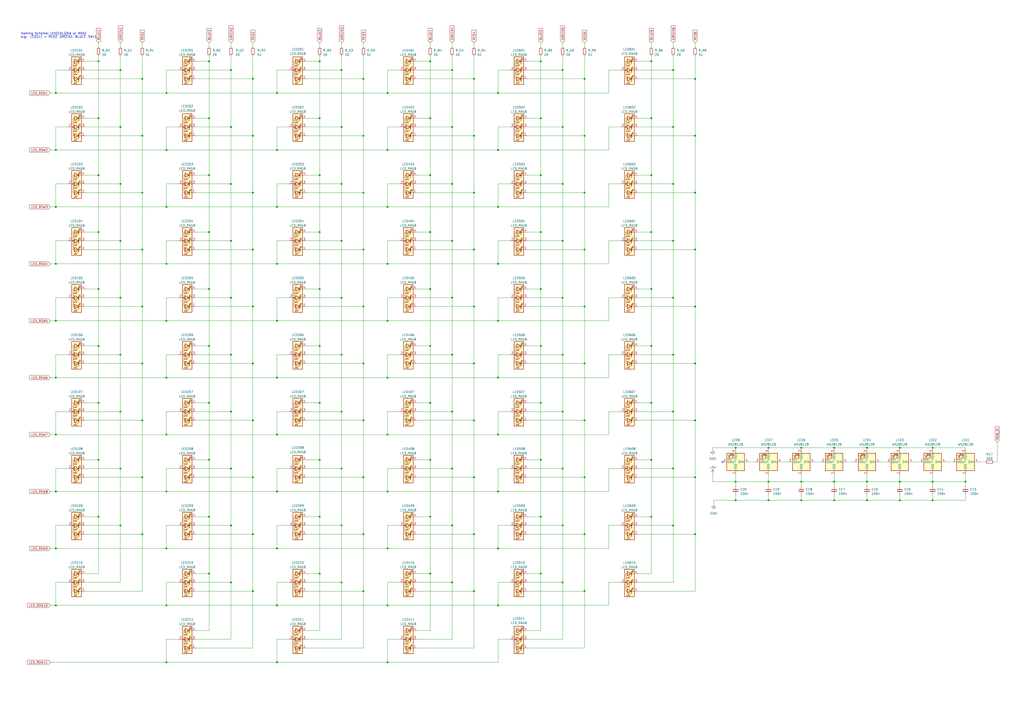
<source format=kicad_sch>
(kicad_sch (version 20230121) (generator eeschema)
  (paper "A2")
  (junction (at 210.82 45.72))
  (junction (at 426.72 279.4))
  (junction (at 274.955 45.72))
  (junction (at 377.825 167.64))
  (junction (at 160.655 186.055))
  (junction (at 249.555 35.56))
  (junction (at 390.525 40.64))
  (junction (at 160.655 384.175))
  (junction (at 403.225 309.88))
  (junction (at 521.97 290.195))
  (junction (at 224.79 285.115))
  (junction (at 210.82 78.74))
  (junction (at 339.09 276.86))
  (junction (at 133.985 172.72))
  (junction (at 224.79 53.975))
  (junction (at 57.15 233.68))
  (junction (at 262.255 271.78))
  (junction (at 224.79 86.995))
  (junction (at 210.82 210.82))
  (junction (at 249.555 167.64))
  (junction (at 185.42 266.7))
  (junction (at 339.09 177.8))
  (junction (at 121.285 167.64))
  (junction (at 146.685 111.76))
  (junction (at 390.525 205.74))
  (junction (at 133.985 337.82))
  (junction (at 185.42 167.64))
  (junction (at 160.655 153.035))
  (junction (at 262.255 40.64))
  (junction (at 224.79 252.095))
  (junction (at 483.87 290.195))
  (junction (at 326.39 337.82))
  (junction (at 339.09 309.88))
  (junction (at 262.255 205.74))
  (junction (at 464.82 290.195))
  (junction (at 483.87 279.4))
  (junction (at 82.55 210.82))
  (junction (at 57.15 101.6))
  (junction (at 377.825 35.56))
  (junction (at 377.825 68.58))
  (junction (at 288.925 153.035))
  (junction (at 57.15 200.66))
  (junction (at 160.655 53.975))
  (junction (at 133.985 139.7))
  (junction (at 69.85 40.64))
  (junction (at 313.69 35.56))
  (junction (at 224.79 384.175))
  (junction (at 185.42 134.62))
  (junction (at 288.925 318.135))
  (junction (at 82.55 309.88))
  (junction (at 121.285 35.56))
  (junction (at 274.955 177.8))
  (junction (at 121.285 200.66))
  (junction (at 377.825 233.68))
  (junction (at 210.82 144.78))
  (junction (at 502.92 290.195))
  (junction (at 313.69 299.72))
  (junction (at 96.52 120.015))
  (junction (at 210.82 177.8))
  (junction (at 274.955 342.9))
  (junction (at 121.285 233.68))
  (junction (at 96.52 219.075))
  (junction (at 32.385 120.015))
  (junction (at 249.555 101.6))
  (junction (at 121.285 101.6))
  (junction (at 403.225 78.74))
  (junction (at 96.52 153.035))
  (junction (at 326.39 172.72))
  (junction (at 339.09 144.78))
  (junction (at 377.825 299.72))
  (junction (at 249.555 68.58))
  (junction (at 339.09 342.9))
  (junction (at 339.09 78.74))
  (junction (at 483.87 259.715))
  (junction (at 262.255 238.76))
  (junction (at 210.82 276.86))
  (junction (at 160.655 252.095))
  (junction (at 274.955 243.84))
  (junction (at 146.685 243.84))
  (junction (at 210.82 309.88))
  (junction (at 198.12 172.72))
  (junction (at 121.285 332.74))
  (junction (at 160.655 120.015))
  (junction (at 274.955 276.86))
  (junction (at 146.685 144.78))
  (junction (at 96.52 285.115))
  (junction (at 32.385 252.095))
  (junction (at 133.985 106.68))
  (junction (at 403.225 177.8))
  (junction (at 133.985 73.66))
  (junction (at 377.825 134.62))
  (junction (at 274.955 78.74))
  (junction (at 96.52 252.095))
  (junction (at 198.12 40.64))
  (junction (at 224.79 120.015))
  (junction (at 146.685 177.8))
  (junction (at 133.985 40.64))
  (junction (at 403.225 111.76))
  (junction (at 390.525 106.68))
  (junction (at 185.42 68.58))
  (junction (at 121.285 266.7))
  (junction (at 288.925 120.015))
  (junction (at 224.79 318.135))
  (junction (at 57.15 167.64))
  (junction (at 121.285 299.72))
  (junction (at 32.385 86.995))
  (junction (at 313.69 167.64))
  (junction (at 274.955 309.88))
  (junction (at 198.12 139.7))
  (junction (at 288.925 186.055))
  (junction (at 69.85 106.68))
  (junction (at 288.925 86.995))
  (junction (at 146.685 276.86))
  (junction (at 262.255 337.82))
  (junction (at 32.385 186.055))
  (junction (at 326.39 238.76))
  (junction (at 198.12 337.82))
  (junction (at 249.555 200.66))
  (junction (at 224.79 186.055))
  (junction (at 57.15 68.58))
  (junction (at 390.525 73.66))
  (junction (at 541.02 259.715))
  (junction (at 262.255 139.7))
  (junction (at 339.09 210.82))
  (junction (at 390.525 139.7))
  (junction (at 133.985 304.8))
  (junction (at 82.55 78.74))
  (junction (at 57.15 299.72))
  (junction (at 313.69 68.58))
  (junction (at 403.225 144.78))
  (junction (at 560.07 279.4))
  (junction (at 274.955 210.82))
  (junction (at 160.655 318.135))
  (junction (at 377.825 200.66))
  (junction (at 32.385 153.035))
  (junction (at 445.77 279.4))
  (junction (at 160.655 285.115))
  (junction (at 249.555 134.62))
  (junction (at 69.85 73.66))
  (junction (at 521.97 259.715))
  (junction (at 185.42 200.66))
  (junction (at 224.79 351.155))
  (junction (at 160.655 219.075))
  (junction (at 198.12 271.78))
  (junction (at 326.39 73.66))
  (junction (at 426.72 259.715))
  (junction (at 249.555 332.74))
  (junction (at 541.02 279.4))
  (junction (at 502.92 279.4))
  (junction (at 185.42 101.6))
  (junction (at 464.82 279.4))
  (junction (at 69.85 238.76))
  (junction (at 185.42 332.74))
  (junction (at 82.55 111.76))
  (junction (at 210.82 342.9))
  (junction (at 339.09 111.76))
  (junction (at 224.79 153.035))
  (junction (at 249.555 266.7))
  (junction (at 185.42 233.68))
  (junction (at 313.69 266.7))
  (junction (at 390.525 172.72))
  (junction (at 57.15 35.56))
  (junction (at 69.85 139.7))
  (junction (at 403.225 276.86))
  (junction (at 274.955 144.78))
  (junction (at 224.79 219.075))
  (junction (at 69.85 172.72))
  (junction (at 96.52 186.055))
  (junction (at 339.09 45.72))
  (junction (at 377.825 101.6))
  (junction (at 502.92 259.715))
  (junction (at 82.55 45.72))
  (junction (at 82.55 243.84))
  (junction (at 198.12 205.74))
  (junction (at 160.655 86.995))
  (junction (at 32.385 318.135))
  (junction (at 146.685 342.9))
  (junction (at 326.39 40.64))
  (junction (at 160.655 351.155))
  (junction (at 57.15 266.7))
  (junction (at 198.12 73.66))
  (junction (at 464.82 259.715))
  (junction (at 288.925 285.115))
  (junction (at 57.15 134.62))
  (junction (at 146.685 309.88))
  (junction (at 326.39 139.7))
  (junction (at 403.225 243.84))
  (junction (at 313.69 200.66))
  (junction (at 445.77 259.715))
  (junction (at 326.39 106.68))
  (junction (at 198.12 238.76))
  (junction (at 313.69 332.74))
  (junction (at 445.77 290.195))
  (junction (at 288.925 351.155))
  (junction (at 121.285 68.58))
  (junction (at 32.385 53.975))
  (junction (at 403.225 210.82))
  (junction (at 249.555 233.68))
  (junction (at 426.72 290.195))
  (junction (at 133.985 238.76))
  (junction (at 377.825 266.7))
  (junction (at 288.925 53.975))
  (junction (at 133.985 205.74))
  (junction (at 521.97 279.4))
  (junction (at 198.12 304.8))
  (junction (at 121.285 134.62))
  (junction (at 262.255 172.72))
  (junction (at 69.85 205.74))
  (junction (at 326.39 271.78))
  (junction (at 82.55 177.8))
  (junction (at 32.385 219.075))
  (junction (at 32.385 285.115))
  (junction (at 403.225 45.72))
  (junction (at 69.85 271.78))
  (junction (at 96.52 351.155))
  (junction (at 133.985 271.78))
  (junction (at 262.255 304.8))
  (junction (at 249.555 299.72))
  (junction (at 69.85 304.8))
  (junction (at 326.39 304.8))
  (junction (at 262.255 73.66))
  (junction (at 146.685 45.72))
  (junction (at 274.955 111.76))
  (junction (at 390.525 304.8))
  (junction (at 313.69 233.68))
  (junction (at 541.02 290.195))
  (junction (at 288.925 219.075))
  (junction (at 82.55 276.86))
  (junction (at 146.685 210.82))
  (junction (at 32.385 351.155))
  (junction (at 198.12 106.68))
  (junction (at 262.255 106.68))
  (junction (at 210.82 111.76))
  (junction (at 313.69 101.6))
  (junction (at 390.525 238.76))
  (junction (at 326.39 205.74))
  (junction (at 313.69 134.62))
  (junction (at 185.42 299.72))
  (junction (at 390.525 271.78))
  (junction (at 96.52 384.175))
  (junction (at 339.09 243.84))
  (junction (at 288.925 252.095))
  (junction (at 96.52 86.995))
  (junction (at 185.42 35.56))
  (junction (at 96.52 318.135))
  (junction (at 146.685 78.74))
  (junction (at 82.55 144.78))
  (junction (at 96.52 53.975))
  (junction (at 210.82 243.84))
  (no_connect (at 419.1 267.97))
  (wire (pts (xy 39.37 40.64) (xy 32.385 40.64)))
  (wire (pts (xy 445.77 275.59) (xy 445.77 279.4)))
  (wire (pts (xy 133.985 337.82) (xy 113.665 337.82)))
  (wire (pts (xy 146.685 144.78) (xy 113.665 144.78)))
  (wire (pts (xy 69.85 271.78) (xy 49.53 271.78)))
  (wire (pts (xy 121.285 101.6) (xy 113.665 101.6)))
  (wire (pts (xy 249.555 299.72) (xy 241.935 299.72)))
  (wire (pts (xy 133.985 172.72) (xy 133.985 205.74)))
  (wire (pts (xy 185.42 200.66) (xy 177.8 200.66)))
  (wire (pts (xy 82.55 144.78) (xy 82.55 177.8)))
  (wire (pts (xy 210.82 78.74) (xy 177.8 78.74)))
  (wire (pts (xy 160.655 40.64) (xy 160.655 53.975)))
  (wire (pts (xy 146.685 45.72) (xy 146.685 78.74)))
  (wire (pts (xy 249.555 101.6) (xy 249.555 134.62)))
  (wire (pts (xy 210.82 45.72) (xy 177.8 45.72)))
  (wire (pts (xy 185.42 68.58) (xy 177.8 68.58)))
  (wire (pts (xy 377.825 68.58) (xy 370.205 68.58)))
  (wire (pts (xy 32.385 337.82) (xy 32.385 351.155)))
  (wire (pts (xy 210.82 210.82) (xy 210.82 243.84)))
  (wire (pts (xy 133.985 205.74) (xy 113.665 205.74)))
  (wire (pts (xy 198.12 238.76) (xy 198.12 271.78)))
  (wire (pts (xy 295.91 106.68) (xy 288.925 106.68)))
  (wire (pts (xy 32.385 139.7) (xy 32.385 153.035)))
  (wire (pts (xy 326.39 172.72) (xy 306.07 172.72)))
  (wire (pts (xy 313.69 299.72) (xy 313.69 332.74)))
  (wire (pts (xy 403.225 177.8) (xy 403.225 210.82)))
  (wire (pts (xy 445.77 279.4) (xy 445.77 281.94)))
  (wire (pts (xy 121.285 200.66) (xy 121.285 233.68)))
  (wire (pts (xy 483.87 259.715) (xy 483.87 260.35)))
  (wire (pts (xy 96.52 285.115) (xy 160.655 285.115)))
  (wire (pts (xy 32.385 73.66) (xy 32.385 86.995)))
  (wire (pts (xy 146.685 78.74) (xy 146.685 111.76)))
  (wire (pts (xy 121.285 266.7) (xy 113.665 266.7)))
  (wire (pts (xy 231.775 172.72) (xy 224.79 172.72)))
  (wire (pts (xy 32.385 172.72) (xy 32.385 186.055)))
  (wire (pts (xy 326.39 205.74) (xy 326.39 238.76)))
  (wire (pts (xy 96.52 271.78) (xy 96.52 285.115)))
  (wire (pts (xy 160.655 238.76) (xy 160.655 252.095)))
  (wire (pts (xy 82.55 45.72) (xy 82.55 78.74)))
  (wire (pts (xy 295.91 271.78) (xy 288.925 271.78)))
  (wire (pts (xy 146.685 111.76) (xy 113.665 111.76)))
  (wire (pts (xy 185.42 32.385) (xy 185.42 35.56)))
  (wire (pts (xy 57.15 101.6) (xy 57.15 134.62)))
  (wire (pts (xy 510.54 267.97) (xy 514.35 267.97)))
  (wire (pts (xy 57.15 68.58) (xy 57.15 101.6)))
  (wire (pts (xy 313.69 68.58) (xy 313.69 101.6)))
  (wire (pts (xy 339.09 144.78) (xy 306.07 144.78)))
  (wire (pts (xy 403.225 342.9) (xy 370.205 342.9)))
  (wire (pts (xy 39.37 238.76) (xy 32.385 238.76)))
  (wire (pts (xy 339.09 309.88) (xy 339.09 342.9)))
  (wire (pts (xy 121.285 365.76) (xy 113.665 365.76)))
  (wire (pts (xy 403.225 276.86) (xy 403.225 309.88)))
  (wire (pts (xy 198.12 73.66) (xy 198.12 106.68)))
  (wire (pts (xy 121.285 101.6) (xy 121.285 134.62)))
  (wire (pts (xy 224.79 318.135) (xy 288.925 318.135)))
  (wire (pts (xy 313.69 35.56) (xy 313.69 68.58)))
  (wire (pts (xy 390.525 304.8) (xy 370.205 304.8)))
  (wire (pts (xy 377.825 35.56) (xy 370.205 35.56)))
  (wire (pts (xy 103.505 172.72) (xy 96.52 172.72)))
  (wire (pts (xy 198.12 172.72) (xy 177.8 172.72)))
  (wire (pts (xy 224.79 139.7) (xy 224.79 153.035)))
  (wire (pts (xy 390.525 32.385) (xy 390.525 40.64)))
  (wire (pts (xy 426.72 259.715) (xy 445.77 259.715)))
  (wire (pts (xy 445.77 259.715) (xy 445.77 260.35)))
  (wire (pts (xy 198.12 304.8) (xy 177.8 304.8)))
  (wire (pts (xy 29.21 318.135) (xy 32.385 318.135)))
  (wire (pts (xy 288.925 120.015) (xy 353.06 120.015)))
  (wire (pts (xy 483.87 259.715) (xy 502.92 259.715)))
  (wire (pts (xy 133.985 370.84) (xy 113.665 370.84)))
  (wire (pts (xy 445.77 290.195) (xy 445.77 287.02)))
  (wire (pts (xy 483.87 290.195) (xy 483.87 287.02)))
  (wire (pts (xy 390.525 139.7) (xy 370.205 139.7)))
  (wire (pts (xy 313.69 68.58) (xy 306.07 68.58)))
  (wire (pts (xy 426.72 279.4) (xy 445.77 279.4)))
  (wire (pts (xy 231.775 271.78) (xy 224.79 271.78)))
  (wire (pts (xy 326.39 40.64) (xy 306.07 40.64)))
  (wire (pts (xy 521.97 259.715) (xy 521.97 260.35)))
  (wire (pts (xy 426.72 279.4) (xy 426.72 281.94)))
  (wire (pts (xy 82.55 111.76) (xy 49.53 111.76)))
  (wire (pts (xy 390.525 238.76) (xy 370.205 238.76)))
  (wire (pts (xy 288.925 172.72) (xy 288.925 186.055)))
  (wire (pts (xy 288.925 370.84) (xy 288.925 384.175)))
  (wire (pts (xy 57.15 299.72) (xy 49.53 299.72)))
  (wire (pts (xy 185.42 266.7) (xy 185.42 299.72)))
  (wire (pts (xy 560.07 259.715) (xy 560.07 260.35)))
  (wire (pts (xy 326.39 304.8) (xy 326.39 337.82)))
  (wire (pts (xy 464.82 259.715) (xy 483.87 259.715)))
  (wire (pts (xy 146.685 243.84) (xy 146.685 276.86)))
  (wire (pts (xy 262.255 304.8) (xy 262.255 337.82)))
  (wire (pts (xy 103.505 139.7) (xy 96.52 139.7)))
  (wire (pts (xy 288.925 252.095) (xy 353.06 252.095)))
  (wire (pts (xy 96.52 205.74) (xy 96.52 219.075)))
  (wire (pts (xy 39.37 106.68) (xy 32.385 106.68)))
  (wire (pts (xy 146.685 45.72) (xy 113.665 45.72)))
  (wire (pts (xy 390.525 238.76) (xy 390.525 271.78)))
  (wire (pts (xy 57.15 35.56) (xy 57.15 68.58)))
  (wire (pts (xy 198.12 139.7) (xy 198.12 172.72)))
  (wire (pts (xy 426.72 259.715) (xy 413.385 259.715)))
  (wire (pts (xy 353.06 304.8) (xy 353.06 318.135)))
  (wire (pts (xy 69.85 106.68) (xy 49.53 106.68)))
  (wire (pts (xy 249.555 299.72) (xy 249.555 332.74)))
  (wire (pts (xy 210.82 45.72) (xy 210.82 78.74)))
  (wire (pts (xy 160.655 370.84) (xy 160.655 384.175)))
  (wire (pts (xy 121.285 167.64) (xy 113.665 167.64)))
  (wire (pts (xy 390.525 139.7) (xy 390.525 172.72)))
  (wire (pts (xy 560.07 279.4) (xy 560.07 281.94)))
  (wire (pts (xy 403.225 243.84) (xy 403.225 276.86)))
  (wire (pts (xy 326.39 24.765) (xy 326.39 27.305)))
  (wire (pts (xy 274.955 375.92) (xy 241.935 375.92)))
  (wire (pts (xy 313.69 134.62) (xy 313.69 167.64)))
  (wire (pts (xy 82.55 78.74) (xy 82.55 111.76)))
  (wire (pts (xy 288.925 271.78) (xy 288.925 285.115)))
  (wire (pts (xy 313.69 365.76) (xy 306.07 365.76)))
  (wire (pts (xy 377.825 32.385) (xy 377.825 35.56)))
  (wire (pts (xy 426.72 259.715) (xy 426.72 260.35)))
  (wire (pts (xy 313.69 35.56) (xy 306.07 35.56)))
  (wire (pts (xy 160.655 384.175) (xy 224.79 384.175)))
  (wire (pts (xy 121.285 68.58) (xy 121.285 101.6)))
  (wire (pts (xy 160.655 172.72) (xy 160.655 186.055)))
  (wire (pts (xy 121.285 167.64) (xy 121.285 200.66)))
  (wire (pts (xy 57.15 167.64) (xy 49.53 167.64)))
  (wire (pts (xy 160.655 53.975) (xy 224.79 53.975)))
  (wire (pts (xy 160.655 139.7) (xy 160.655 153.035)))
  (wire (pts (xy 121.285 68.58) (xy 113.665 68.58)))
  (wire (pts (xy 32.385 219.075) (xy 96.52 219.075)))
  (wire (pts (xy 326.39 337.82) (xy 326.39 370.84)))
  (wire (pts (xy 249.555 35.56) (xy 249.555 68.58)))
  (wire (pts (xy 198.12 106.68) (xy 198.12 139.7)))
  (wire (pts (xy 262.255 24.765) (xy 262.255 27.305)))
  (wire (pts (xy 403.225 276.86) (xy 370.205 276.86)))
  (wire (pts (xy 262.255 205.74) (xy 262.255 238.76)))
  (wire (pts (xy 403.225 309.88) (xy 403.225 342.9)))
  (wire (pts (xy 69.85 73.66) (xy 69.85 106.68)))
  (wire (pts (xy 445.77 279.4) (xy 464.82 279.4)))
  (wire (pts (xy 231.775 73.66) (xy 224.79 73.66)))
  (wire (pts (xy 133.985 106.68) (xy 113.665 106.68)))
  (wire (pts (xy 339.09 144.78) (xy 339.09 177.8)))
  (wire (pts (xy 32.385 271.78) (xy 32.385 285.115)))
  (wire (pts (xy 57.15 200.66) (xy 57.15 233.68)))
  (wire (pts (xy 288.925 351.155) (xy 353.06 351.155)))
  (wire (pts (xy 360.045 304.8) (xy 353.06 304.8)))
  (wire (pts (xy 96.52 139.7) (xy 96.52 153.035)))
  (wire (pts (xy 82.55 24.765) (xy 82.55 27.305)))
  (wire (pts (xy 32.385 205.74) (xy 32.385 219.075)))
  (wire (pts (xy 339.09 45.72) (xy 306.07 45.72)))
  (wire (pts (xy 326.39 40.64) (xy 326.39 73.66)))
  (wire (pts (xy 403.225 32.385) (xy 403.225 45.72)))
  (wire (pts (xy 377.825 167.64) (xy 377.825 200.66)))
  (wire (pts (xy 167.64 271.78) (xy 160.655 271.78)))
  (wire (pts (xy 133.985 238.76) (xy 133.985 271.78)))
  (wire (pts (xy 377.825 200.66) (xy 377.825 233.68)))
  (wire (pts (xy 360.045 271.78) (xy 353.06 271.78)))
  (wire (pts (xy 521.97 279.4) (xy 521.97 281.94)))
  (wire (pts (xy 403.225 210.82) (xy 403.225 243.84)))
  (wire (pts (xy 262.255 205.74) (xy 241.935 205.74)))
  (wire (pts (xy 29.21 285.115) (xy 32.385 285.115)))
  (wire (pts (xy 133.985 40.64) (xy 113.665 40.64)))
  (wire (pts (xy 39.37 139.7) (xy 32.385 139.7)))
  (wire (pts (xy 210.82 78.74) (xy 210.82 111.76)))
  (wire (pts (xy 210.82 342.9) (xy 177.8 342.9)))
  (wire (pts (xy 96.52 153.035) (xy 160.655 153.035)))
  (wire (pts (xy 274.955 309.88) (xy 274.955 342.9)))
  (wire (pts (xy 377.825 233.68) (xy 370.205 233.68)))
  (wire (pts (xy 262.255 40.64) (xy 262.255 73.66)))
  (wire (pts (xy 274.955 276.86) (xy 241.935 276.86)))
  (wire (pts (xy 198.12 32.385) (xy 198.12 40.64)))
  (wire (pts (xy 32.385 318.135) (xy 96.52 318.135)))
  (wire (pts (xy 274.955 276.86) (xy 274.955 309.88)))
  (wire (pts (xy 133.985 172.72) (xy 113.665 172.72)))
  (wire (pts (xy 198.12 139.7) (xy 177.8 139.7)))
  (wire (pts (xy 160.655 186.055) (xy 224.79 186.055)))
  (wire (pts (xy 121.285 299.72) (xy 113.665 299.72)))
  (wire (pts (xy 121.285 134.62) (xy 121.285 167.64)))
  (wire (pts (xy 313.69 101.6) (xy 306.07 101.6)))
  (wire (pts (xy 502.92 290.195) (xy 502.92 287.02)))
  (wire (pts (xy 121.285 35.56) (xy 113.665 35.56)))
  (wire (pts (xy 464.82 290.195) (xy 483.87 290.195)))
  (wire (pts (xy 210.82 32.385) (xy 210.82 45.72)))
  (wire (pts (xy 262.255 238.76) (xy 241.935 238.76)))
  (wire (pts (xy 339.09 111.76) (xy 306.07 111.76)))
  (wire (pts (xy 339.09 210.82) (xy 306.07 210.82)))
  (wire (pts (xy 521.97 279.4) (xy 541.02 279.4)))
  (wire (pts (xy 160.655 337.82) (xy 160.655 351.155)))
  (wire (pts (xy 69.85 205.74) (xy 49.53 205.74)))
  (wire (pts (xy 313.69 332.74) (xy 306.07 332.74)))
  (wire (pts (xy 403.225 78.74) (xy 370.205 78.74)))
  (wire (pts (xy 339.09 32.385) (xy 339.09 45.72)))
  (wire (pts (xy 390.525 40.64) (xy 390.525 73.66)))
  (wire (pts (xy 133.985 73.66) (xy 113.665 73.66)))
  (wire (pts (xy 377.825 35.56) (xy 377.825 68.58)))
  (wire (pts (xy 231.775 106.68) (xy 224.79 106.68)))
  (wire (pts (xy 249.555 332.74) (xy 249.555 365.76)))
  (wire (pts (xy 198.12 337.82) (xy 177.8 337.82)))
  (wire (pts (xy 274.955 144.78) (xy 274.955 177.8)))
  (wire (pts (xy 445.77 259.715) (xy 464.82 259.715)))
  (wire (pts (xy 167.64 370.84) (xy 160.655 370.84)))
  (wire (pts (xy 160.655 318.135) (xy 224.79 318.135)))
  (wire (pts (xy 82.55 276.86) (xy 49.53 276.86)))
  (wire (pts (xy 121.285 134.62) (xy 113.665 134.62)))
  (wire (pts (xy 339.09 276.86) (xy 339.09 309.88)))
  (wire (pts (xy 313.69 233.68) (xy 313.69 266.7)))
  (wire (pts (xy 210.82 144.78) (xy 177.8 144.78)))
  (wire (pts (xy 360.045 337.82) (xy 353.06 337.82)))
  (wire (pts (xy 262.255 139.7) (xy 241.935 139.7)))
  (wire (pts (xy 146.685 210.82) (xy 113.665 210.82)))
  (wire (pts (xy 146.685 144.78) (xy 146.685 177.8)))
  (wire (pts (xy 403.225 309.88) (xy 370.205 309.88)))
  (wire (pts (xy 185.42 332.74) (xy 177.8 332.74)))
  (wire (pts (xy 29.21 351.155) (xy 32.385 351.155)))
  (wire (pts (xy 103.505 73.66) (xy 96.52 73.66)))
  (wire (pts (xy 69.85 40.64) (xy 69.85 73.66)))
  (wire (pts (xy 103.505 238.76) (xy 96.52 238.76)))
  (wire (pts (xy 198.12 40.64) (xy 177.8 40.64)))
  (wire (pts (xy 403.225 45.72) (xy 370.205 45.72)))
  (wire (pts (xy 82.55 177.8) (xy 49.53 177.8)))
  (wire (pts (xy 339.09 177.8) (xy 306.07 177.8)))
  (wire (pts (xy 69.85 139.7) (xy 49.53 139.7)))
  (wire (pts (xy 326.39 271.78) (xy 306.07 271.78)))
  (wire (pts (xy 57.15 332.74) (xy 49.53 332.74)))
  (wire (pts (xy 82.55 210.82) (xy 82.55 243.84)))
  (wire (pts (xy 69.85 238.76) (xy 69.85 271.78)))
  (wire (pts (xy 57.15 35.56) (xy 49.53 35.56)))
  (wire (pts (xy 541.02 259.715) (xy 541.02 260.35)))
  (wire (pts (xy 185.42 266.7) (xy 177.8 266.7)))
  (wire (pts (xy 249.555 200.66) (xy 249.555 233.68)))
  (wire (pts (xy 249.555 101.6) (xy 241.935 101.6)))
  (wire (pts (xy 121.285 266.7) (xy 121.285 299.72)))
  (wire (pts (xy 313.69 32.385) (xy 313.69 35.56)))
  (wire (pts (xy 274.955 45.72) (xy 274.955 78.74)))
  (wire (pts (xy 103.505 370.84) (xy 96.52 370.84)))
  (wire (pts (xy 210.82 111.76) (xy 210.82 144.78)))
  (wire (pts (xy 160.655 86.995) (xy 224.79 86.995)))
  (wire (pts (xy 326.39 238.76) (xy 326.39 271.78)))
  (wire (pts (xy 326.39 139.7) (xy 306.07 139.7)))
  (wire (pts (xy 262.255 32.385) (xy 262.255 40.64)))
  (wire (pts (xy 32.385 120.015) (xy 96.52 120.015)))
  (wire (pts (xy 167.64 172.72) (xy 160.655 172.72)))
  (wire (pts (xy 288.925 153.035) (xy 353.06 153.035)))
  (wire (pts (xy 198.12 337.82) (xy 198.12 370.84)))
  (wire (pts (xy 133.985 304.8) (xy 133.985 337.82)))
  (wire (pts (xy 39.37 172.72) (xy 32.385 172.72)))
  (wire (pts (xy 82.55 111.76) (xy 82.55 144.78)))
  (wire (pts (xy 96.52 172.72) (xy 96.52 186.055)))
  (wire (pts (xy 274.955 78.74) (xy 241.935 78.74)))
  (wire (pts (xy 82.55 243.84) (xy 49.53 243.84)))
  (wire (pts (xy 521.97 290.195) (xy 521.97 287.02)))
  (wire (pts (xy 210.82 111.76) (xy 177.8 111.76)))
  (wire (pts (xy 262.255 271.78) (xy 262.255 304.8)))
  (wire (pts (xy 295.91 370.84) (xy 288.925 370.84)))
  (wire (pts (xy 32.385 238.76) (xy 32.385 252.095)))
  (wire (pts (xy 224.79 73.66) (xy 224.79 86.995)))
  (wire (pts (xy 377.825 134.62) (xy 377.825 167.64)))
  (wire (pts (xy 57.15 200.66) (xy 49.53 200.66)))
  (wire (pts (xy 249.555 68.58) (xy 241.935 68.58)))
  (wire (pts (xy 32.385 351.155) (xy 96.52 351.155)))
  (wire (pts (xy 326.39 271.78) (xy 326.39 304.8)))
  (wire (pts (xy 146.685 210.82) (xy 146.685 243.84)))
  (wire (pts (xy 69.85 106.68) (xy 69.85 139.7)))
  (wire (pts (xy 249.555 24.765) (xy 249.555 27.305)))
  (wire (pts (xy 224.79 351.155) (xy 288.925 351.155)))
  (wire (pts (xy 313.69 167.64) (xy 313.69 200.66)))
  (wire (pts (xy 483.87 290.195) (xy 502.92 290.195)))
  (wire (pts (xy 403.225 243.84) (xy 370.205 243.84)))
  (wire (pts (xy 295.91 172.72) (xy 288.925 172.72)))
  (wire (pts (xy 403.225 210.82) (xy 370.205 210.82)))
  (wire (pts (xy 210.82 177.8) (xy 210.82 210.82)))
  (wire (pts (xy 339.09 342.9) (xy 306.07 342.9)))
  (wire (pts (xy 96.52 370.84) (xy 96.52 384.175)))
  (wire (pts (xy 185.42 233.68) (xy 177.8 233.68)))
  (wire (pts (xy 339.09 342.9) (xy 339.09 375.92)))
  (wire (pts (xy 32.385 304.8) (xy 32.385 318.135)))
  (wire (pts (xy 491.49 267.97) (xy 495.3 267.97)))
  (wire (pts (xy 32.385 53.975) (xy 96.52 53.975)))
  (wire (pts (xy 103.505 205.74) (xy 96.52 205.74)))
  (wire (pts (xy 288.925 285.115) (xy 353.06 285.115)))
  (wire (pts (xy 464.82 290.195) (xy 464.82 287.02)))
  (wire (pts (xy 224.79 304.8) (xy 224.79 318.135)))
  (wire (pts (xy 541.02 279.4) (xy 560.07 279.4)))
  (wire (pts (xy 69.85 337.82) (xy 49.53 337.82)))
  (wire (pts (xy 326.39 32.385) (xy 326.39 40.64)))
  (wire (pts (xy 313.69 332.74) (xy 313.69 365.76)))
  (wire (pts (xy 360.045 106.68) (xy 353.06 106.68)))
  (wire (pts (xy 472.44 267.97) (xy 476.25 267.97)))
  (wire (pts (xy 39.37 337.82) (xy 32.385 337.82)))
  (wire (pts (xy 541.02 275.59) (xy 541.02 279.4)))
  (wire (pts (xy 185.42 365.76) (xy 177.8 365.76)))
  (wire (pts (xy 57.15 233.68) (xy 57.15 266.7)))
  (wire (pts (xy 390.525 24.765) (xy 390.525 27.305)))
  (wire (pts (xy 249.555 200.66) (xy 241.935 200.66)))
  (wire (pts (xy 353.06 40.64) (xy 353.06 53.975)))
  (wire (pts (xy 69.85 238.76) (xy 49.53 238.76)))
  (wire (pts (xy 224.79 205.74) (xy 224.79 219.075)))
  (wire (pts (xy 377.825 101.6) (xy 370.205 101.6)))
  (wire (pts (xy 377.825 332.74) (xy 370.205 332.74)))
  (wire (pts (xy 502.92 259.715) (xy 521.97 259.715)))
  (wire (pts (xy 403.225 144.78) (xy 403.225 177.8)))
  (wire (pts (xy 288.925 139.7) (xy 288.925 153.035)))
  (wire (pts (xy 353.06 238.76) (xy 353.06 252.095)))
  (wire (pts (xy 231.775 139.7) (xy 224.79 139.7)))
  (wire (pts (xy 82.55 276.86) (xy 82.55 309.88)))
  (wire (pts (xy 29.21 186.055) (xy 32.385 186.055)))
  (wire (pts (xy 262.255 40.64) (xy 241.935 40.64)))
  (wire (pts (xy 103.505 106.68) (xy 96.52 106.68)))
  (wire (pts (xy 185.42 134.62) (xy 185.42 167.64)))
  (wire (pts (xy 133.985 40.64) (xy 133.985 73.66)))
  (wire (pts (xy 288.925 106.68) (xy 288.925 120.015)))
  (wire (pts (xy 185.42 167.64) (xy 177.8 167.64)))
  (wire (pts (xy 29.21 153.035) (xy 32.385 153.035)))
  (wire (pts (xy 146.685 375.92) (xy 113.665 375.92)))
  (wire (pts (xy 224.79 120.015) (xy 288.925 120.015)))
  (wire (pts (xy 146.685 78.74) (xy 113.665 78.74)))
  (wire (pts (xy 295.91 337.82) (xy 288.925 337.82)))
  (wire (pts (xy 262.255 271.78) (xy 241.935 271.78)))
  (wire (pts (xy 313.69 233.68) (xy 306.07 233.68)))
  (wire (pts (xy 262.255 304.8) (xy 241.935 304.8)))
  (wire (pts (xy 353.06 106.68) (xy 353.06 120.015)))
  (wire (pts (xy 103.505 337.82) (xy 96.52 337.82)))
  (wire (pts (xy 185.42 200.66) (xy 185.42 233.68)))
  (wire (pts (xy 185.42 35.56) (xy 177.8 35.56)))
  (wire (pts (xy 434.34 267.97) (xy 438.15 267.97)))
  (wire (pts (xy 249.555 167.64) (xy 249.555 200.66)))
  (wire (pts (xy 288.925 304.8) (xy 288.925 318.135)))
  (wire (pts (xy 32.385 186.055) (xy 96.52 186.055)))
  (wire (pts (xy 262.255 238.76) (xy 262.255 271.78)))
  (wire (pts (xy 96.52 318.135) (xy 160.655 318.135)))
  (wire (pts (xy 326.39 139.7) (xy 326.39 172.72)))
  (wire (pts (xy 96.52 120.015) (xy 160.655 120.015)))
  (wire (pts (xy 160.655 351.155) (xy 224.79 351.155)))
  (wire (pts (xy 57.15 101.6) (xy 49.53 101.6)))
  (wire (pts (xy 121.285 35.56) (xy 121.285 68.58)))
  (wire (pts (xy 167.64 337.82) (xy 160.655 337.82)))
  (wire (pts (xy 69.85 40.64) (xy 49.53 40.64)))
  (wire (pts (xy 210.82 177.8) (xy 177.8 177.8)))
  (wire (pts (xy 339.09 375.92) (xy 306.07 375.92)))
  (wire (pts (xy 541.02 279.4) (xy 541.02 281.94)))
  (wire (pts (xy 198.12 271.78) (xy 198.12 304.8)))
  (wire (pts (xy 224.79 172.72) (xy 224.79 186.055)))
  (wire (pts (xy 377.825 167.64) (xy 370.205 167.64)))
  (wire (pts (xy 133.985 238.76) (xy 113.665 238.76)))
  (wire (pts (xy 57.15 299.72) (xy 57.15 332.74)))
  (wire (pts (xy 274.955 177.8) (xy 274.955 210.82)))
  (wire (pts (xy 377.825 101.6) (xy 377.825 134.62)))
  (wire (pts (xy 390.525 106.68) (xy 370.205 106.68)))
  (wire (pts (xy 39.37 205.74) (xy 32.385 205.74)))
  (wire (pts (xy 198.12 40.64) (xy 198.12 73.66)))
  (wire (pts (xy 502.92 279.4) (xy 521.97 279.4)))
  (wire (pts (xy 326.39 238.76) (xy 306.07 238.76)))
  (wire (pts (xy 313.69 266.7) (xy 306.07 266.7)))
  (wire (pts (xy 403.225 78.74) (xy 403.225 111.76)))
  (wire (pts (xy 121.285 332.74) (xy 113.665 332.74)))
  (wire (pts (xy 96.52 40.64) (xy 96.52 53.975)))
  (wire (pts (xy 96.52 252.095) (xy 160.655 252.095)))
  (wire (pts (xy 82.55 78.74) (xy 49.53 78.74)))
  (wire (pts (xy 377.825 299.72) (xy 370.205 299.72)))
  (wire (pts (xy 262.255 139.7) (xy 262.255 172.72)))
  (wire (pts (xy 69.85 24.765) (xy 69.85 27.305)))
  (wire (pts (xy 167.64 304.8) (xy 160.655 304.8)))
  (wire (pts (xy 390.525 172.72) (xy 370.205 172.72)))
  (wire (pts (xy 541.02 290.195) (xy 560.07 290.195)))
  (wire (pts (xy 231.775 370.84) (xy 224.79 370.84)))
  (wire (pts (xy 133.985 337.82) (xy 133.985 370.84)))
  (wire (pts (xy 353.06 337.82) (xy 353.06 351.155)))
  (wire (pts (xy 210.82 309.88) (xy 177.8 309.88)))
  (wire (pts (xy 133.985 271.78) (xy 133.985 304.8)))
  (wire (pts (xy 390.525 271.78) (xy 370.205 271.78)))
  (wire (pts (xy 133.985 106.68) (xy 133.985 139.7)))
  (wire (pts (xy 167.64 40.64) (xy 160.655 40.64)))
  (wire (pts (xy 167.64 106.68) (xy 160.655 106.68)))
  (wire (pts (xy 377.825 233.68) (xy 377.825 266.7)))
  (wire (pts (xy 96.52 384.175) (xy 160.655 384.175)))
  (wire (pts (xy 96.52 219.075) (xy 160.655 219.075)))
  (wire (pts (xy 541.02 259.715) (xy 560.07 259.715)))
  (wire (pts (xy 339.09 243.84) (xy 306.07 243.84)))
  (wire (pts (xy 502.92 259.715) (xy 502.92 260.35)))
  (wire (pts (xy 274.955 45.72) (xy 241.935 45.72)))
  (wire (pts (xy 521.97 275.59) (xy 521.97 279.4)))
  (wire (pts (xy 274.955 309.88) (xy 241.935 309.88)))
  (wire (pts (xy 521.97 290.195) (xy 541.02 290.195)))
  (wire (pts (xy 224.79 106.68) (xy 224.79 120.015)))
  (wire (pts (xy 160.655 106.68) (xy 160.655 120.015)))
  (wire (pts (xy 185.42 233.68) (xy 185.42 266.7)))
  (wire (pts (xy 231.775 304.8) (xy 224.79 304.8)))
  (wire (pts (xy 146.685 24.765) (xy 146.685 27.305)))
  (wire (pts (xy 224.79 238.76) (xy 224.79 252.095)))
  (wire (pts (xy 274.955 111.76) (xy 274.955 144.78)))
  (wire (pts (xy 82.55 210.82) (xy 49.53 210.82)))
  (wire (pts (xy 313.69 200.66) (xy 306.07 200.66)))
  (wire (pts (xy 210.82 210.82) (xy 177.8 210.82)))
  (wire (pts (xy 224.79 370.84) (xy 224.79 384.175)))
  (wire (pts (xy 413.385 279.4) (xy 426.72 279.4)))
  (wire (pts (xy 567.69 267.97) (xy 571.5 267.97)))
  (wire (pts (xy 326.39 172.72) (xy 326.39 205.74)))
  (wire (pts (xy 146.685 276.86) (xy 113.665 276.86)))
  (wire (pts (xy 377.825 134.62) (xy 370.205 134.62)))
  (wire (pts (xy 133.985 205.74) (xy 133.985 238.76)))
  (wire (pts (xy 69.85 139.7) (xy 69.85 172.72)))
  (wire (pts (xy 198.12 370.84) (xy 177.8 370.84)))
  (wire (pts (xy 502.92 279.4) (xy 502.92 281.94)))
  (wire (pts (xy 274.955 144.78) (xy 241.935 144.78)))
  (wire (pts (xy 288.925 238.76) (xy 288.925 252.095)))
  (wire (pts (xy 121.285 200.66) (xy 113.665 200.66)))
  (wire (pts (xy 29.21 120.015) (xy 32.385 120.015)))
  (wire (pts (xy 121.285 233.68) (xy 121.285 266.7)))
  (wire (pts (xy 160.655 304.8) (xy 160.655 318.135)))
  (wire (pts (xy 249.555 332.74) (xy 241.935 332.74)))
  (wire (pts (xy 313.69 200.66) (xy 313.69 233.68)))
  (wire (pts (xy 82.55 144.78) (xy 49.53 144.78)))
  (wire (pts (xy 103.505 304.8) (xy 96.52 304.8)))
  (wire (pts (xy 377.825 24.765) (xy 377.825 27.305)))
  (wire (pts (xy 249.555 266.7) (xy 249.555 299.72)))
  (wire (pts (xy 103.505 40.64) (xy 96.52 40.64)))
  (wire (pts (xy 231.775 337.82) (xy 224.79 337.82)))
  (wire (pts (xy 133.985 139.7) (xy 133.985 172.72)))
  (wire (pts (xy 390.525 73.66) (xy 390.525 106.68)))
  (wire (pts (xy 210.82 243.84) (xy 210.82 276.86)))
  (wire (pts (xy 274.955 342.9) (xy 241.935 342.9)))
  (wire (pts (xy 32.385 106.68) (xy 32.385 120.015)))
  (wire (pts (xy 262.255 106.68) (xy 241.935 106.68)))
  (wire (pts (xy 224.79 219.075) (xy 288.925 219.075)))
  (wire (pts (xy 185.42 24.765) (xy 185.42 27.305)))
  (wire (pts (xy 274.955 243.84) (xy 274.955 276.86)))
  (wire (pts (xy 185.42 101.6) (xy 177.8 101.6)))
  (wire (pts (xy 249.555 134.62) (xy 241.935 134.62)))
  (wire (pts (xy 185.42 299.72) (xy 185.42 332.74)))
  (wire (pts (xy 57.15 134.62) (xy 49.53 134.62)))
  (wire (pts (xy 224.79 40.64) (xy 224.79 53.975)))
  (wire (pts (xy 414.02 290.195) (xy 414.02 292.735)))
  (wire (pts (xy 82.55 45.72) (xy 49.53 45.72)))
  (wire (pts (xy 210.82 276.86) (xy 177.8 276.86)))
  (wire (pts (xy 146.685 342.9) (xy 113.665 342.9)))
  (wire (pts (xy 262.255 106.68) (xy 262.255 139.7)))
  (wire (pts (xy 57.15 233.68) (xy 49.53 233.68)))
  (wire (pts (xy 326.39 370.84) (xy 306.07 370.84)))
  (wire (pts (xy 82.55 309.88) (xy 82.55 342.9)))
  (wire (pts (xy 96.52 337.82) (xy 96.52 351.155)))
  (wire (pts (xy 185.42 299.72) (xy 177.8 299.72)))
  (wire (pts (xy 339.09 243.84) (xy 339.09 276.86)))
  (wire (pts (xy 133.985 32.385) (xy 133.985 40.64)))
  (wire (pts (xy 403.225 144.78) (xy 370.205 144.78)))
  (wire (pts (xy 133.985 271.78) (xy 113.665 271.78)))
  (wire (pts (xy 57.15 266.7) (xy 49.53 266.7)))
  (wire (pts (xy 578.485 256.54) (xy 578.485 267.97)))
  (wire (pts (xy 198.12 24.765) (xy 198.12 27.305)))
  (wire (pts (xy 198.12 172.72) (xy 198.12 205.74)))
  (wire (pts (xy 390.525 205.74) (xy 370.205 205.74)))
  (wire (pts (xy 231.775 238.76) (xy 224.79 238.76)))
  (wire (pts (xy 295.91 304.8) (xy 288.925 304.8)))
  (wire (pts (xy 339.09 210.82) (xy 339.09 243.84)))
  (wire (pts (xy 377.825 299.72) (xy 377.825 332.74)))
  (wire (pts (xy 403.225 24.765) (xy 403.225 27.305)))
  (wire (pts (xy 198.12 271.78) (xy 177.8 271.78)))
  (wire (pts (xy 96.52 186.055) (xy 160.655 186.055)))
  (wire (pts (xy 262.255 172.72) (xy 262.255 205.74)))
  (wire (pts (xy 464.82 279.4) (xy 483.87 279.4)))
  (wire (pts (xy 377.825 200.66) (xy 370.205 200.66)))
  (wire (pts (xy 198.12 73.66) (xy 177.8 73.66)))
  (wire (pts (xy 529.59 267.97) (xy 533.4 267.97)))
  (wire (pts (xy 360.045 73.66) (xy 353.06 73.66)))
  (wire (pts (xy 426.72 287.02) (xy 426.72 290.195)))
  (wire (pts (xy 160.655 120.015) (xy 224.79 120.015)))
  (wire (pts (xy 69.85 73.66) (xy 49.53 73.66)))
  (wire (pts (xy 377.825 266.7) (xy 370.205 266.7)))
  (wire (pts (xy 288.925 337.82) (xy 288.925 351.155)))
  (wire (pts (xy 403.225 45.72) (xy 403.225 78.74)))
  (wire (pts (xy 249.555 32.385) (xy 249.555 35.56)))
  (wire (pts (xy 160.655 252.095) (xy 224.79 252.095)))
  (wire (pts (xy 133.985 139.7) (xy 113.665 139.7)))
  (wire (pts (xy 288.925 205.74) (xy 288.925 219.075)))
  (wire (pts (xy 167.64 139.7) (xy 160.655 139.7)))
  (wire (pts (xy 160.655 271.78) (xy 160.655 285.115)))
  (wire (pts (xy 403.225 177.8) (xy 370.205 177.8)))
  (wire (pts (xy 403.225 111.76) (xy 370.205 111.76)))
  (wire (pts (xy 353.06 139.7) (xy 353.06 153.035)))
  (wire (pts (xy 57.15 24.765) (xy 57.15 27.305)))
  (wire (pts (xy 69.85 304.8) (xy 49.53 304.8)))
  (wire (pts (xy 326.39 205.74) (xy 306.07 205.74)))
  (wire (pts (xy 483.87 279.4) (xy 502.92 279.4)))
  (wire (pts (xy 69.85 304.8) (xy 69.85 337.82)))
  (wire (pts (xy 29.21 384.175) (xy 96.52 384.175)))
  (wire (pts (xy 69.85 172.72) (xy 69.85 205.74)))
  (wire (pts (xy 313.69 266.7) (xy 313.69 299.72)))
  (wire (pts (xy 426.72 290.195) (xy 445.77 290.195)))
  (wire (pts (xy 39.37 73.66) (xy 32.385 73.66)))
  (wire (pts (xy 295.91 205.74) (xy 288.925 205.74)))
  (wire (pts (xy 32.385 153.035) (xy 96.52 153.035)))
  (wire (pts (xy 326.39 73.66) (xy 306.07 73.66)))
  (wire (pts (xy 426.72 275.59) (xy 426.72 279.4)))
  (wire (pts (xy 146.685 177.8) (xy 113.665 177.8)))
  (wire (pts (xy 121.285 332.74) (xy 121.285 365.76)))
  (wire (pts (xy 360.045 40.64) (xy 353.06 40.64)))
  (wire (pts (xy 69.85 205.74) (xy 69.85 238.76)))
  (wire (pts (xy 133.985 304.8) (xy 113.665 304.8)))
  (wire (pts (xy 146.685 111.76) (xy 146.685 144.78)))
  (wire (pts (xy 249.555 68.58) (xy 249.555 101.6)))
  (wire (pts (xy 249.555 167.64) (xy 241.935 167.64)))
  (wire (pts (xy 224.79 153.035) (xy 288.925 153.035)))
  (wire (pts (xy 96.52 351.155) (xy 160.655 351.155)))
  (wire (pts (xy 29.21 252.095) (xy 32.385 252.095)))
  (wire (pts (xy 57.15 266.7) (xy 57.15 299.72)))
  (wire (pts (xy 464.82 259.715) (xy 464.82 260.35)))
  (wire (pts (xy 288.925 186.055) (xy 353.06 186.055)))
  (wire (pts (xy 262.255 73.66) (xy 241.935 73.66)))
  (wire (pts (xy 224.79 186.055) (xy 288.925 186.055)))
  (wire (pts (xy 262.255 337.82) (xy 241.935 337.82)))
  (wire (pts (xy 224.79 384.175) (xy 288.925 384.175)))
  (wire (pts (xy 121.285 233.68) (xy 113.665 233.68)))
  (wire (pts (xy 103.505 271.78) (xy 96.52 271.78)))
  (wire (pts (xy 57.15 134.62) (xy 57.15 167.64)))
  (wire (pts (xy 39.37 304.8) (xy 32.385 304.8)))
  (wire (pts (xy 82.55 177.8) (xy 82.55 210.82)))
  (wire (pts (xy 121.285 299.72) (xy 121.285 332.74)))
  (wire (pts (xy 249.555 266.7) (xy 241.935 266.7)))
  (wire (pts (xy 353.06 172.72) (xy 353.06 186.055)))
  (wire (pts (xy 274.955 111.76) (xy 241.935 111.76)))
  (wire (pts (xy 578.485 267.97) (xy 576.58 267.97)))
  (wire (pts (xy 262.255 172.72) (xy 241.935 172.72)))
  (wire (pts (xy 185.42 101.6) (xy 185.42 134.62)))
  (wire (pts (xy 39.37 271.78) (xy 32.385 271.78)))
  (wire (pts (xy 185.42 68.58) (xy 185.42 101.6)))
  (wire (pts (xy 185.42 332.74) (xy 185.42 365.76)))
  (wire (pts (xy 274.955 24.765) (xy 274.955 27.305)))
  (wire (pts (xy 160.655 205.74) (xy 160.655 219.075)))
  (wire (pts (xy 96.52 53.975) (xy 160.655 53.975)))
  (wire (pts (xy 185.42 167.64) (xy 185.42 200.66)))
  (wire (pts (xy 69.85 172.72) (xy 49.53 172.72)))
  (wire (pts (xy 32.385 86.995) (xy 96.52 86.995)))
  (wire (pts (xy 160.655 285.115) (xy 224.79 285.115)))
  (wire (pts (xy 326.39 337.82) (xy 306.07 337.82)))
  (wire (pts (xy 295.91 238.76) (xy 288.925 238.76)))
  (wire (pts (xy 426.72 290.195) (xy 414.02 290.195)))
  (wire (pts (xy 288.925 40.64) (xy 288.925 53.975)))
  (wire (pts (xy 274.955 32.385) (xy 274.955 45.72)))
  (wire (pts (xy 210.82 144.78) (xy 210.82 177.8)))
  (wire (pts (xy 274.955 243.84) (xy 241.935 243.84)))
  (wire (pts (xy 295.91 73.66) (xy 288.925 73.66)))
  (wire (pts (xy 326.39 106.68) (xy 326.39 139.7)))
  (wire (pts (xy 339.09 111.76) (xy 339.09 144.78)))
  (wire (pts (xy 121.285 32.385) (xy 121.285 35.56)))
  (wire (pts (xy 32.385 40.64) (xy 32.385 53.975)))
  (wire (pts (xy 326.39 106.68) (xy 306.07 106.68)))
  (wire (pts (xy 353.06 205.74) (xy 353.06 219.075)))
  (wire (pts (xy 96.52 73.66) (xy 96.52 86.995)))
  (wire (pts (xy 32.385 285.115) (xy 96.52 285.115)))
  (wire (pts (xy 521.97 259.715) (xy 541.02 259.715)))
  (wire (pts (xy 339.09 309.88) (xy 306.07 309.88)))
  (wire (pts (xy 313.69 24.765) (xy 313.69 27.305)))
  (wire (pts (xy 274.955 342.9) (xy 274.955 375.92)))
  (wire (pts (xy 339.09 24.765) (xy 339.09 27.305)))
  (wire (pts (xy 160.655 153.035) (xy 224.79 153.035)))
  (wire (pts (xy 353.06 271.78) (xy 353.06 285.115)))
  (wire (pts (xy 339.09 177.8) (xy 339.09 210.82)))
  (wire (pts (xy 82.55 32.385) (xy 82.55 45.72)))
  (wire (pts (xy 249.555 134.62) (xy 249.555 167.64)))
  (wire (pts (xy 29.21 86.995) (xy 32.385 86.995)))
  (wire (pts (xy 353.06 73.66) (xy 353.06 86.995)))
  (wire (pts (xy 313.69 101.6) (xy 313.69 134.62)))
  (wire (pts (xy 339.09 45.72) (xy 339.09 78.74)))
  (wire (pts (xy 29.21 219.075) (xy 32.385 219.075)))
  (wire (pts (xy 464.82 279.4) (xy 464.82 281.94)))
  (wire (pts (xy 390.525 271.78) (xy 390.525 304.8)))
  (wire (pts (xy 198.12 205.74) (xy 177.8 205.74)))
  (wire (pts (xy 167.64 238.76) (xy 160.655 238.76)))
  (wire (pts (xy 483.87 279.4) (xy 483.87 281.94)))
  (wire (pts (xy 262.255 337.82) (xy 262.255 370.84)))
  (wire (pts (xy 57.15 32.385) (xy 57.15 35.56)))
  (wire (pts (xy 121.285 24.765) (xy 121.285 27.305)))
  (wire (pts (xy 210.82 309.88) (xy 210.82 342.9)))
  (wire (pts (xy 326.39 73.66) (xy 326.39 106.68)))
  (wire (pts (xy 274.955 210.82) (xy 274.955 243.84)))
  (wire (pts (xy 146.685 243.84) (xy 113.665 243.84)))
  (wire (pts (xy 224.79 252.095) (xy 288.925 252.095)))
  (wire (pts (xy 69.85 271.78) (xy 69.85 304.8)))
  (wire (pts (xy 224.79 337.82) (xy 224.79 351.155)))
  (wire (pts (xy 146.685 309.88) (xy 113.665 309.88)))
  (wire (pts (xy 231.775 205.74) (xy 224.79 205.74)))
  (wire (pts (xy 339.09 78.74) (xy 339.09 111.76)))
  (wire (pts (xy 377.825 68.58) (xy 377.825 101.6)))
  (wire (pts (xy 224.79 285.115) (xy 288.925 285.115)))
  (wire (pts (xy 288.925 86.995) (xy 353.06 86.995)))
  (wire (pts (xy 390.525 304.8) (xy 390.525 337.82)))
  (wire (pts (xy 210.82 243.84) (xy 177.8 243.84)))
  (wire (pts (xy 502.92 275.59) (xy 502.92 279.4)))
  (wire (pts (xy 210.82 375.92) (xy 177.8 375.92)))
  (wire (pts (xy 390.525 172.72) (xy 390.525 205.74)))
  (wire (pts (xy 262.255 73.66) (xy 262.255 106.68)))
  (wire (pts (xy 198.12 304.8) (xy 198.12 337.82)))
  (wire (pts (xy 274.955 177.8) (xy 241.935 177.8)))
  (wire (pts (xy 146.685 177.8) (xy 146.685 210.82)))
  (wire (pts (xy 224.79 86.995) (xy 288.925 86.995)))
  (wire (pts (xy 69.85 32.385) (xy 69.85 40.64)))
  (wire (pts (xy 390.525 73.66) (xy 370.205 73.66)))
  (wire (pts (xy 160.655 73.66) (xy 160.655 86.995)))
  (wire (pts (xy 224.79 53.975) (xy 288.925 53.975)))
  (wire (pts (xy 198.12 205.74) (xy 198.12 238.76)))
  (wire (pts (xy 231.775 40.64) (xy 224.79 40.64)))
  (wire (pts (xy 82.55 243.84) (xy 82.55 276.86)))
  (wire (pts (xy 185.42 134.62) (xy 177.8 134.62)))
  (wire (pts (xy 185.42 35.56) (xy 185.42 68.58)))
  (wire (pts (xy 249.555 233.68) (xy 241.935 233.68)))
  (wire (pts (xy 360.045 205.74) (xy 353.06 205.74)))
  (wire (pts (xy 146.685 342.9) (xy 146.685 375.92)))
  (wire (pts (xy 96.52 238.76) (xy 96.52 252.095)))
  (wire (pts (xy 390.525 205.74) (xy 390.525 238.76)))
  (wire (pts (xy 249.555 35.56) (xy 241.935 35.56)))
  (wire (pts (xy 339.09 276.86) (xy 306.07 276.86)))
  (wire (pts (xy 198.12 106.68) (xy 177.8 106.68)))
  (wire (pts (xy 390.525 106.68) (xy 390.525 139.7)))
  (wire (pts (xy 313.69 299.72) (xy 306.07 299.72)))
  (wire (pts (xy 96.52 106.68) (xy 96.52 120.015)))
  (wire (pts (xy 210.82 24.765) (xy 210.82 27.305)))
  (wire (pts (xy 288.925 318.135) (xy 353.06 318.135)))
  (wire (pts (xy 262.255 370.84) (xy 241.935 370.84)))
  (wire (pts (xy 560.07 275.59) (xy 560.07 279.4)))
  (wire (pts (xy 167.64 73.66) (xy 160.655 73.66)))
  (wire (pts (xy 146.685 276.86) (xy 146.685 309.88)))
  (wire (pts (xy 295.91 139.7) (xy 288.925 139.7)))
  (wire (pts (xy 57.15 167.64) (xy 57.15 200.66)))
  (wire (pts (xy 82.55 309.88) (xy 49.53 309.88)))
  (wire (pts (xy 32.385 252.095) (xy 96.52 252.095)))
  (wire (pts (xy 288.925 219.075) (xy 353.06 219.075)))
  (wire (pts (xy 377.825 266.7) (xy 377.825 299.72)))
  (wire (pts (xy 339.09 78.74) (xy 306.07 78.74)))
  (wire (pts (xy 483.87 275.59) (xy 483.87 279.4)))
  (wire (pts (xy 560.07 290.195) (xy 560.07 287.02)))
  (wire (pts (xy 313.69 134.62) (xy 306.07 134.62)))
  (wire (pts (xy 133.985 24.765) (xy 133.985 27.305)))
  (wire (pts (xy 160.655 219.075) (xy 224.79 219.075)))
  (wire (pts (xy 133.985 73.66) (xy 133.985 106.68)))
  (wire (pts (xy 96.52 86.995) (xy 160.655 86.995)))
  (wire (pts (xy 390.525 40.64) (xy 370.205 40.64)))
  (wire (pts (xy 360.045 238.76) (xy 353.06 238.76)))
  (wire (pts (xy 413.385 274.955) (xy 413.385 279.4)))
  (wire (pts (xy 541.02 290.195) (xy 541.02 287.02)))
  (wire (pts (xy 210.82 276.86) (xy 210.82 309.88)))
  (wire (pts (xy 413.385 259.715) (xy 413.385 260.985)))
  (wire (pts (xy 288.925 73.66) (xy 288.925 86.995)))
  (wire (pts (xy 82.55 342.9) (xy 49.53 342.9)))
  (wire (pts (xy 288.925 53.975) (xy 353.06 53.975)))
  (wire (pts (xy 360.045 139.7) (xy 353.06 139.7)))
  (wire (pts (xy 146.685 309.88) (xy 146.685 342.9)))
  (wire (pts (xy 249.555 365.76) (xy 241.935 365.76)))
  (wire (pts (xy 274.955 210.82) (xy 241.935 210.82)))
  (wire (pts (xy 548.64 267.97) (xy 552.45 267.97)))
  (wire (pts (xy 464.82 275.59) (xy 464.82 279.4)))
  (wire (pts (xy 403.225 111.76) (xy 403.225 144.78)))
  (wire (pts (xy 167.64 205.74) (xy 160.655 205.74)))
  (wire (pts (xy 274.955 78.74) (xy 274.955 111.76)))
  (wire (pts (xy 29.21 53.975) (xy 32.385 53.975)))
  (wire (pts (xy 313.69 167.64) (xy 306.07 167.64)))
  (wire (pts (xy 295.91 40.64) (xy 288.925 40.64)))
  (wire (pts (xy 453.39 267.97) (xy 457.2 267.97)))
  (wire (pts (xy 445.77 290.195) (xy 464.82 290.195)))
  (wire (pts (xy 360.045 172.72) (xy 353.06 172.72)))
  (wire (pts (xy 210.82 342.9) (xy 210.82 375.92)))
  (wire (pts (xy 198.12 238.76) (xy 177.8 238.76)))
  (wire (pts (xy 96.52 304.8) (xy 96.52 318.135)))
  (wire (pts (xy 326.39 304.8) (xy 306.07 304.8)))
  (wire (pts (xy 249.555 233.68) (xy 249.555 266.7)))
  (wire (pts (xy 57.15 68.58) (xy 49.53 68.58)))
  (wire (pts (xy 390.525 337.82) (xy 370.205 337.82)))
  (wire (pts (xy 224.79 271.78) (xy 224.79 285.115)))
  (wire (pts (xy 146.685 32.385) (xy 146.685 45.72)))
  (wire (pts (xy 502.92 290.195) (xy 521.97 290.195)))
  (text "e.g:  LED211 = RED2, GREEN2, BLUE2, SW11" (at 12.065 22.225 0) (effects (font (size 1.27 1.27)) (justify left bottom)))
  (text "Naming Scheme: LED{COL}{SW or ROW}" (at 12.065 20.32 0) (effects (font (size 1.27 1.27)) (justify left bottom)))
  (global_label "BLUE2" (shape input) (at 121.285 24.765 90) (property "Intersheetrefs" "${INTERSHEET_REFS}" (effects hide)))
  (global_label "LED_ROW1" (shape input) (at 29.21 53.975 180) (property "Intersheetrefs" "${INTERSHEET_REFS}" (effects hide)))
  (global_label "RED5" (shape input) (at 339.09 24.765 90) (property "Intersheetrefs" "${INTERSHEET_REFS}" (effects hide)))
  (global_label "LED_ROW4" (shape input) (at 29.21 153.035 180) (property "Intersheetrefs" "${INTERSHEET_REFS}" (effects hide)))
  (global_label "GREEN4" (shape input) (at 262.255 24.765 90) (property "Intersheetrefs" "${INTERSHEET_REFS}" (effects hide)))
  (global_label "GREEN6" (shape input) (at 390.525 24.765 90) (property "Intersheetrefs" "${INTERSHEET_REFS}" (effects hide)))
  (global_label "LED_ROW6" (shape input) (at 29.21 219.075 180) (property "Intersheetrefs" "${INTERSHEET_REFS}" (effects hide)))
  (global_label "RED1" (shape input) (at 82.55 24.765 90) (property "Intersheetrefs" "${INTERSHEET_REFS}" (effects hide)))
  (global_label "RED2" (shape input) (at 146.685 24.765 90) (property "Intersheetrefs" "${INTERSHEET_REFS}" (effects hide)))
  (global_label "LED_ROW2" (shape input) (at 29.21 86.995 180) (property "Intersheetrefs" "${INTERSHEET_REFS}" (effects hide)))
  (global_label "LED_ROW9" (shape input) (at 29.21 318.135 180) (property "Intersheetrefs" "${INTERSHEET_REFS}" (effects hide)))
  (global_label "BLUE1" (shape input) (at 57.15 24.765 90) (property "Intersheetrefs" "${INTERSHEET_REFS}" (effects hide)))
  (global_label "LED_ROW10" (shape input) (at 29.21 351.155 180) (property "Intersheetrefs" "${INTERSHEET_REFS}" (effects hide)))
  (global_label "BLUE5" (shape input) (at 313.69 24.765 90) (property "Intersheetrefs" "${INTERSHEET_REFS}" (effects hide)))
  (global_label "BLUE3" (shape input) (at 185.42 24.765 90) (property "Intersheetrefs" "${INTERSHEET_REFS}" (effects hide)))
  (global_label "BLUE4" (shape input) (at 249.555 24.765 90) (property "Intersheetrefs" "${INTERSHEET_REFS}" (effects hide)))
  (global_label "RED6" (shape input) (at 403.225 24.765 90) (property "Intersheetrefs" "${INTERSHEET_REFS}" (effects hide)))
  (global_label "BLUE6" (shape input) (at 377.825 24.765 90) (property "Intersheetrefs" "${INTERSHEET_REFS}" (effects hide)))
  (global_label "LED_ROW7" (shape input) (at 29.21 252.095 180) (property "Intersheetrefs" "${INTERSHEET_REFS}" (effects hide)))
  (global_label "LED_ROW3" (shape input) (at 29.21 120.015 180) (property "Intersheetrefs" "${INTERSHEET_REFS}" (effects hide)))
  (global_label "GREEN2" (shape input) (at 133.985 24.765 90) (property "Intersheetrefs" "${INTERSHEET_REFS}" (effects hide)))
  (global_label "RED3" (shape input) (at 210.82 24.765 90) (property "Intersheetrefs" "${INTERSHEET_REFS}" (effects hide)))
  (global_label "LED_ROW8" (shape input) (at 29.21 285.115 180) (property "Intersheetrefs" "${INTERSHEET_REFS}" (effects hide)))
  (global_label "GREEN1" (shape input) (at 69.85 24.765 90) (property "Intersheetrefs" "${INTERSHEET_REFS}" (effects hide)))
  (global_label "RED4" (shape input) (at 274.955 24.765 90) (property "Intersheetrefs" "${INTERSHEET_REFS}" (effects hide)))
  (global_label "RGB_DI" (shape input) (at 578.485 256.54 90) (property "Intersheetrefs" "${INTERSHEET_REFS}" (effects hide)))
  (global_label "LED_ROW5" (shape input) (at 29.21 186.055 180) (property "Intersheetrefs" "${INTERSHEET_REFS}" (effects hide)))
  (global_label "GREEN3" (shape input) (at 198.12 24.765 90) (property "Intersheetrefs" "${INTERSHEET_REFS}" (effects hide)))
  (global_label "GREEN5" (shape input) (at 326.39 24.765 90) (property "Intersheetrefs" "${INTERSHEET_REFS}" (effects hide)))
  (global_label "LED_ROW11" (shape input) (at 29.21 384.175 180) (property "Intersheetrefs" "${INTERSHEET_REFS}" (effects hide)))
  (symbol (lib_id "Device:LED_RAGB") (at 236.855 73.66 180) (unit 1)
    (property "Reference" "LED402" (at 236.855 62.23 0))
    (property "Value" "LED_RAGB" (at 236.855 64.77 0))
    (property "Footprint" "E6CC1205RGBC3UDA:LED__RBG_1206_3216Metric_ReverseMount_Hole2.2x2.2mm" (effects hide))
  )
  (symbol (lib_id "Device:LED_RAGB") (at 365.125 205.74 180) (unit 1)
    (property "Reference" "LED606" (at 365.125 194.31 0))
    (property "Value" "LED_RAGB" (at 365.125 196.85 0))
    (property "Footprint" "E6CC1205RGBC3UDA:LED__RBG_1206_3216Metric_ReverseMount_Hole2.2x2.2mm" (effects hide))
  )
  (symbol (lib_id "Device:LED_RAGB") (at 236.855 238.76 180) (unit 1)
    (property "Reference" "LED407" (at 236.855 227.33 0))
    (property "Value" "LED_RAGB" (at 236.855 229.87 0))
    (property "Footprint" "E6CC1205RGBC3UDA:LED__RBG_1206_3216Metric_ReverseMount_Hole2.2x2.2mm" (effects hide))
  )
  (symbol (lib_id "Device:R_Small") (at 133.985 29.845 0) (unit 1)
    (property "Reference" "R_G2" (at 136.525 29.21 0) (effects (justify left)))
    (property "Value" "20" (at 136.525 31.75 0) (effects (justify left)))
    (property "Footprint" "Resistor_SMD:R_0805_2012Metric_Pad1.20x1.40mm_HandSolder" (effects hide))
  )
  (symbol (lib_id "Device:LED_RAGB") (at 44.45 73.66 180) (unit 1)
    (property "Reference" "LED102" (at 44.45 62.23 0))
    (property "Value" "LED_RAGB" (at 44.45 64.77 0))
    (property "Footprint" "E6CC1205RGBC3UDA:LED__RBG_1206_3216Metric_ReverseMount_Hole2.2x2.2mm" (effects hide))
  )
  (symbol (lib_id "Device:LED_RAGB") (at 44.45 205.74 180) (unit 1)
    (property "Reference" "LED106" (at 44.45 194.31 0))
    (property "Value" "LED_RAGB" (at 44.45 196.85 0))
    (property "Footprint" "E6CC1205RGBC3UDA:LED__RBG_1206_3216Metric_ReverseMount_Hole2.2x2.2mm" (effects hide))
  )
  (symbol (lib_id "LED:WS2812B") (at 483.87 267.97 180) (unit 1)
    (property "Reference" "LED5" (at 483.87 255.27 0))
    (property "Value" "WS2812B" (at 483.87 257.81 0))
    (property "Footprint" "LED_SMD:LED_WS2812B_PLCC4_5.0x5.0mm_P3.2mm" (effects hide))
    (property "Datasheet" "https://cdn-shop.adafruit.com/datasheets/WS2812B.pdf" (effects hide))
  )
  (symbol (lib_id "Device:R_Small") (at 121.285 29.845 0) (unit 1)
    (property "Reference" "R_B2" (at 123.19 29.21 0) (effects (justify left)))
    (property "Value" "20" (at 123.19 31.75 0) (effects (justify left)))
    (property "Footprint" "Resistor_SMD:R_0805_2012Metric_Pad1.20x1.40mm_HandSolder" (effects hide))
  )
  (symbol (lib_id "Device:LED_RAGB") (at 172.72 304.8 180) (unit 1)
    (property "Reference" "LED309" (at 172.72 293.37 0))
    (property "Value" "LED_RAGB" (at 172.72 295.91 0))
    (property "Footprint" "E6CC1205RGBC3UDA:LED__RBG_1206_3216Metric_ReverseMount_Hole2.2x2.2mm" (effects hide))
  )
  (symbol (lib_id "LED:WS2812B") (at 521.97 267.97 180) (unit 1)
    (property "Reference" "LED3" (at 521.97 255.27 0))
    (property "Value" "WS2812B" (at 521.97 257.81 0))
    (property "Footprint" "LED_SMD:LED_WS2812B_PLCC4_5.0x5.0mm_P3.2mm" (effects hide))
    (property "Datasheet" "https://cdn-shop.adafruit.com/datasheets/WS2812B.pdf" (effects hide))
  )
  (symbol (lib_id "Device:LED_RAGB") (at 236.855 40.64 180) (unit 1)
    (property "Reference" "LED401" (at 236.855 29.21 0))
    (property "Value" "LED_RAGB" (at 236.855 31.75 0))
    (property "Footprint" "E6CC1205RGBC3UDA:LED__RBG_1206_3216Metric_ReverseMount_Hole2.2x2.2mm" (effects hide))
  )
  (symbol (lib_id "Device:LED_RAGB") (at 172.72 205.74 180) (unit 1)
    (property "Reference" "LED306" (at 172.72 194.31 0))
    (property "Value" "LED_RAGB" (at 172.72 196.85 0))
    (property "Footprint" "E6CC1205RGBC3UDA:LED__RBG_1206_3216Metric_ReverseMount_Hole2.2x2.2mm" (effects hide))
  )
  (symbol (lib_id "Device:LED_RAGB") (at 300.99 304.8 180) (unit 1)
    (property "Reference" "LED509" (at 300.99 293.37 0))
    (property "Value" "LED_RAGB" (at 300.99 295.91 0))
    (property "Footprint" "E6CC1205RGBC3UDA:LED__RBG_1206_3216Metric_ReverseMount_Hole2.2x2.2mm" (effects hide))
  )
  (symbol (lib_id "Device:LED_RAGB") (at 236.855 205.74 180) (unit 1)
    (property "Reference" "LED406" (at 236.855 194.31 0))
    (property "Value" "LED_RAGB" (at 236.855 196.85 0))
    (property "Footprint" "E6CC1205RGBC3UDA:LED__RBG_1206_3216Metric_ReverseMount_Hole2.2x2.2mm" (effects hide))
  )
  (symbol (lib_id "Device:LED_RAGB") (at 236.855 370.84 180) (unit 1)
    (property "Reference" "LED411" (at 236.855 359.41 0))
    (property "Value" "LED_RAGB" (at 236.855 361.95 0))
    (property "Footprint" "E6CC1205RGBC3UDA:LED__RBG_1206_3216Metric_ReverseMount_Hole2.2x2.2mm" (effects hide))
  )
  (symbol (lib_id "Device:LED_RAGB") (at 108.585 304.8 180) (unit 1)
    (property "Reference" "LED209" (at 108.585 293.37 0))
    (property "Value" "LED_RAGB" (at 108.585 295.91 0))
    (property "Footprint" "E6CC1205RGBC3UDA:LED__RBG_1206_3216Metric_ReverseMount_Hole2.2x2.2mm" (effects hide))
  )
  (symbol (lib_id "LED:WS2812B") (at 560.07 267.97 180) (unit 1)
    (property "Reference" "LED1" (at 560.07 255.27 0))
    (property "Value" "WS2812B" (at 560.07 257.81 0))
    (property "Footprint" "LED_SMD:LED_WS2812B_PLCC4_5.0x5.0mm_P3.2mm" (effects hide))
    (property "Datasheet" "https://cdn-shop.adafruit.com/datasheets/WS2812B.pdf" (effects hide))
  )
  (symbol (lib_id "Device:R_Small") (at 57.15 29.845 0) (unit 1)
    (property "Reference" "R_B1" (at 59.055 29.21 0) (effects (justify left)))
    (property "Value" "20" (at 59.055 31.75 0) (effects (justify left)))
    (property "Footprint" "Resistor_SMD:R_0805_2012Metric_Pad1.20x1.40mm_HandSolder" (effects hide))
  )
  (symbol (lib_id "Device:LED_RAGB") (at 172.72 139.7 180) (unit 1)
    (property "Reference" "LED304" (at 172.72 128.27 0))
    (property "Value" "LED_RAGB" (at 172.72 130.81 0))
    (property "Footprint" "E6CC1205RGBC3UDA:LED__RBG_1206_3216Metric_ReverseMount_Hole2.2x2.2mm" (effects hide))
  )
  (symbol (lib_id "Device:LED_RAGB") (at 300.99 172.72 180) (unit 1)
    (property "Reference" "LED505" (at 300.99 161.29 0))
    (property "Value" "LED_RAGB" (at 300.99 163.83 0))
    (property "Footprint" "E6CC1205RGBC3UDA:LED__RBG_1206_3216Metric_ReverseMount_Hole2.2x2.2mm" (effects hide))
  )
  (symbol (lib_id "Device:LED_RAGB") (at 300.99 40.64 180) (unit 1)
    (property "Reference" "LED501" (at 300.99 29.21 0))
    (property "Value" "LED_RAGB" (at 300.99 31.75 0))
    (property "Footprint" "E6CC1205RGBC3UDA:LED__RBG_1206_3216Metric_ReverseMount_Hole2.2x2.2mm" (effects hide))
  )
  (symbol (lib_id "Device:R_Small") (at 574.04 267.97 90) (unit 1)
    (property "Reference" "R17" (at 574.04 263.525 90))
    (property "Value" "500" (at 574.04 266.065 90))
    (property "Footprint" "Resistor_SMD:R_0805_2012Metric_Pad1.20x1.40mm_HandSolder" (effects hide))
  )
  (symbol (lib_id "Device:R_Small") (at 339.09 29.845 0) (unit 1)
    (property "Reference" "R_R5" (at 340.995 29.21 0) (effects (justify left)))
    (property "Value" "51" (at 340.995 31.75 0) (effects (justify left)))
    (property "Footprint" "Resistor_SMD:R_0805_2012Metric_Pad1.20x1.40mm_HandSolder" (effects hide))
  )
  (symbol (lib_id "Device:R_Small") (at 377.825 29.845 0) (unit 1)
    (property "Reference" "R_B6" (at 379.73 29.21 0) (effects (justify left)))
    (property "Value" "20" (at 379.73 31.75 0) (effects (justify left)))
    (property "Footprint" "Resistor_SMD:R_0805_2012Metric_Pad1.20x1.40mm_HandSolder" (effects hide))
  )
  (symbol (lib_id "Device:C_Small") (at 502.92 284.48 0) (mirror y) (unit 1)
    (property "Reference" "C16" (at 505.46 283.8513 0) (effects (justify right)))
    (property "Value" "100n" (at 505.46 286.3913 0) (effects (justify right)))
    (property "Footprint" "Capacitor_SMD:C_0805_2012Metric_Pad1.18x1.45mm_HandSolder" (effects hide))
  )
  (symbol (lib_id "LED:WS2812B") (at 502.92 267.97 180) (unit 1)
    (property "Reference" "LED4" (at 502.92 255.27 0))
    (property "Value" "WS2812B" (at 502.92 257.81 0))
    (property "Footprint" "LED_SMD:LED_WS2812B_PLCC4_5.0x5.0mm_P3.2mm" (effects hide))
    (property "Datasheet" "https://cdn-shop.adafruit.com/datasheets/WS2812B.pdf" (effects hide))
  )
  (symbol (lib_id "Device:LED_RAGB") (at 44.45 238.76 180) (unit 1)
    (property "Reference" "LED107" (at 44.45 227.33 0))
    (property "Value" "LED_RAGB" (at 44.45 229.87 0))
    (property "Footprint" "E6CC1205RGBC3UDA:LED__RBG_1206_3216Metric_ReverseMount_Hole2.2x2.2mm" (effects hide))
  )
  (symbol (lib_id "Device:LED_RAGB") (at 300.99 73.66 180) (unit 1)
    (property "Reference" "LED502" (at 300.99 62.23 0))
    (property "Value" "LED_RAGB" (at 300.99 64.77 0))
    (property "Footprint" "E6CC1205RGBC3UDA:LED__RBG_1206_3216Metric_ReverseMount_Hole2.2x2.2mm" (effects hide))
  )
  (symbol (lib_id "Device:LED_RAGB") (at 108.585 73.66 180) (unit 1)
    (property "Reference" "LED202" (at 108.585 61.595 0))
    (property "Value" "LED_RAGB" (at 108.585 64.135 0))
    (property "Footprint" "E6CC1205RGBC3UDA:LED__RBG_1206_3216Metric_ReverseMount_Hole2.2x2.2mm" (effects hide))
  )
  (symbol (lib_id "Device:LED_RAGB") (at 172.72 106.68 180) (unit 1)
    (property "Reference" "LED303" (at 172.72 95.25 0))
    (property "Value" "LED_RAGB" (at 172.72 97.79 0))
    (property "Footprint" "E6CC1205RGBC3UDA:LED__RBG_1206_3216Metric_ReverseMount_Hole2.2x2.2mm" (effects hide))
  )
  (symbol (lib_id "Device:LED_RAGB") (at 172.72 238.76 180) (unit 1)
    (property "Reference" "LED307" (at 172.72 227.33 0))
    (property "Value" "LED_RAGB" (at 172.72 229.87 0))
    (property "Footprint" "E6CC1205RGBC3UDA:LED__RBG_1206_3216Metric_ReverseMount_Hole2.2x2.2mm" (effects hide))
  )
  (symbol (lib_id "Device:LED_RAGB") (at 300.99 106.68 180) (unit 1)
    (property "Reference" "LED503" (at 300.99 95.25 0))
    (property "Value" "LED_RAGB" (at 300.99 97.79 0))
    (property "Footprint" "E6CC1205RGBC3UDA:LED__RBG_1206_3216Metric_ReverseMount_Hole2.2x2.2mm" (effects hide))
  )
  (symbol (lib_id "Device:LED_RAGB") (at 300.99 370.84 180) (unit 1)
    (property "Reference" "LED511" (at 300.99 358.775 0))
    (property "Value" "LED_RAGB" (at 300.99 361.315 0))
    (property "Footprint" "E6CC1205RGBC3UDA:LED__RBG_1206_3216Metric_ReverseMount_Hole2.2x2.2mm" (effects hide))
  )
  (symbol (lib_id "Device:R_Small") (at 210.82 29.845 0) (unit 1)
    (property "Reference" "R_R3" (at 212.725 29.21 0) (effects (justify left)))
    (property "Value" "51" (at 212.725 31.75 0) (effects (justify left)))
    (property "Footprint" "Resistor_SMD:R_0805_2012Metric_Pad1.20x1.40mm_HandSolder" (effects hide))
  )
  (symbol (lib_id "Device:LED_RAGB") (at 44.45 304.8 180) (unit 1)
    (property "Reference" "LED109" (at 44.45 293.37 0))
    (property "Value" "LED_RAGB" (at 44.45 295.91 0))
    (property "Footprint" "E6CC1205RGBC3UDA:LED__RBG_1206_3216Metric_ReverseMount_Hole2.2x2.2mm" (effects hide))
  )
  (symbol (lib_id "LED:WS2812B") (at 445.77 267.97 180) (unit 1)
    (property "Reference" "LED7" (at 445.77 255.27 0))
    (property "Value" "WS2812B" (at 445.77 257.81 0))
    (property "Footprint" "LED_SMD:LED_WS2812B_PLCC4_5.0x5.0mm_P3.2mm" (effects hide))
    (property "Datasheet" "https://cdn-shop.adafruit.com/datasheets/WS2812B.pdf" (effects hide))
  )
  (symbol (lib_id "Device:R_Small") (at 69.85 29.845 0) (unit 1)
    (property "Reference" "R_G1" (at 71.755 29.21 0) (effects (justify left)))
    (property "Value" "20" (at 71.755 31.75 0) (effects (justify left)))
    (property "Footprint" "Resistor_SMD:R_0805_2012Metric_Pad1.20x1.40mm_HandSolder" (effects hide))
  )
  (symbol (lib_id "Device:LED_RAGB") (at 365.125 304.8 180) (unit 1)
    (property "Reference" "LED609" (at 365.125 293.37 0))
    (property "Value" "LED_RAGB" (at 365.125 295.91 0))
    (property "Footprint" "E6CC1205RGBC3UDA:LED__RBG_1206_3216Metric_ReverseMount_Hole2.2x2.2mm" (effects hide))
  )
  (symbol (lib_id "Device:LED_RAGB") (at 365.125 139.7 180) (unit 1)
    (property "Reference" "LED604" (at 365.125 128.27 0))
    (property "Value" "LED_RAGB" (at 365.125 130.81 0))
    (property "Footprint" "E6CC1205RGBC3UDA:LED__RBG_1206_3216Metric_ReverseMount_Hole2.2x2.2mm" (effects hide))
  )
  (symbol (lib_id "Device:LED_RAGB") (at 300.99 271.78 180) (unit 1)
    (property "Reference" "LED508" (at 300.99 260.35 0))
    (property "Value" "LED_RAGB" (at 300.99 262.89 0))
    (property "Footprint" "E6CC1205RGBC3UDA:LED__RBG_1206_3216Metric_ReverseMount_Hole2.2x2.2mm" (effects hide))
  )
  (symbol (lib_id "Device:C_Small") (at 541.02 284.48 0) (mirror y) (unit 1)
    (property "Reference" "C14" (at 543.56 283.8513 0) (effects (justify right)))
    (property "Value" "100n" (at 543.56 286.3913 0) (effects (justify right)))
    (property "Footprint" "Capacitor_SMD:C_0805_2012Metric_Pad1.18x1.45mm_HandSolder" (effects hide))
  )
  (symbol (lib_id "Device:LED_RAGB") (at 365.125 106.68 180) (unit 1)
    (property "Reference" "LED603" (at 365.125 95.25 0))
    (property "Value" "LED_RAGB" (at 365.125 97.79 0))
    (property "Footprint" "E6CC1205RGBC3UDA:LED__RBG_1206_3216Metric_ReverseMount_Hole2.2x2.2mm" (effects hide))
  )
  (symbol (lib_id "Device:R_Small") (at 146.685 29.845 0) (unit 1)
    (property "Reference" "R_R2" (at 149.225 29.21 0) (effects (justify left)))
    (property "Value" "51" (at 149.225 31.75 0) (effects (justify left)))
    (property "Footprint" "Resistor_SMD:R_0805_2012Metric_Pad1.20x1.40mm_HandSolder" (effects hide))
  )
  (symbol (lib_id "Device:R_Small") (at 185.42 29.845 0) (unit 1)
    (property "Reference" "R_B3" (at 187.325 29.21 0) (effects (justify left)))
    (property "Value" "20" (at 187.325 31.75 0) (effects (justify left)))
    (property "Footprint" "Resistor_SMD:R_0805_2012Metric_Pad1.20x1.40mm_HandSolder" (effects hide))
  )
  (symbol (lib_id "power:+5V") (at 413.385 274.955 0) (unit 1)
    (property "Reference" "#PWR055" (effects hide))
    (property "Value" "+5V" (at 413.385 271.145 0))
  )
  (symbol (lib_id "Device:LED_RAGB") (at 108.585 271.78 180) (unit 1)
    (property "Reference" "LED208" (at 108.585 260.35 0))
    (property "Value" "LED_RAGB" (at 108.585 262.89 0))
    (property "Footprint" "E6CC1205RGBC3UDA:LED__RBG_1206_3216Metric_ReverseMount_Hole2.2x2.2mm" (effects hide))
  )
  (symbol (lib_id "Device:LED_RAGB") (at 108.585 370.84 180) (unit 1)
    (property "Reference" "LED211" (at 108.585 359.41 0))
    (property "Value" "LED_RAGB" (at 108.585 361.95 0))
    (property "Footprint" "E6CC1205RGBC3UDA:LED__RBG_1206_3216Metric_ReverseMount_Hole2.2x2.2mm" (effects hide))
  )
  (symbol (lib_id "Device:LED_RAGB") (at 365.125 73.66 180) (unit 1)
    (property "Reference" "LED602" (at 365.125 62.23 0))
    (property "Value" "LED_RAGB" (at 365.125 64.77 0))
    (property "Footprint" "E6CC1205RGBC3UDA:LED__RBG_1206_3216Metric_ReverseMount_Hole2.2x2.2mm" (effects hide))
  )
  (symbol (lib_id "Device:LED_RAGB") (at 44.45 172.72 180) (unit 1)
    (property "Reference" "LED105" (at 44.45 161.29 0))
    (property "Value" "LED_RAGB" (at 44.45 163.83 0))
    (property "Footprint" "E6CC1205RGBC3UDA:LED__RBG_1206_3216Metric_ReverseMount_Hole2.2x2.2mm" (effects hide))
  )
  (symbol (lib_id "LED:WS2812B") (at 426.72 267.97 180) (unit 1)
    (property "Reference" "LED8" (at 426.72 255.27 0))
    (property "Value" "WS2812B" (at 426.72 257.81 0))
    (property "Footprint" "LED_SMD:LED_WS2812B_PLCC4_5.0x5.0mm_P3.2mm" (effects hide))
    (property "Datasheet" "https://cdn-shop.adafruit.com/datasheets/WS2812B.pdf" (effects hide))
  )
  (symbol (lib_id "Device:LED_RAGB") (at 108.585 40.64 180) (unit 1)
    (property "Reference" "LED201" (at 108.585 29.21 0))
    (property "Value" "LED_RAGB" (at 108.585 31.75 0))
    (property "Footprint" "E6CC1205RGBC3UDA:LED__RBG_1206_3216Metric_ReverseMount_Hole2.2x2.2mm" (effects hide))
  )
  (symbol (lib_id "Device:R_Small") (at 198.12 29.845 0) (unit 1)
    (property "Reference" "R_G3" (at 200.025 29.21 0) (effects (justify left)))
    (property "Value" "20" (at 200.025 31.75 0) (effects (justify left)))
    (property "Footprint" "Resistor_SMD:R_0805_2012Metric_Pad1.20x1.40mm_HandSolder" (effects hide))
  )
  (symbol (lib_id "Device:LED_RAGB") (at 300.99 337.82 180) (unit 1)
    (property "Reference" "LED510" (at 300.99 326.39 0))
    (property "Value" "LED_RAGB" (at 300.99 328.93 0))
    (property "Footprint" "E6CC1205RGBC3UDA:LED__RBG_1206_3216Metric_ReverseMount_Hole2.2x2.2mm" (effects hide))
  )
  (symbol (lib_id "Device:LED_RAGB") (at 300.99 205.74 180) (unit 1)
    (property "Reference" "LED506" (at 300.99 194.31 0))
    (property "Value" "LED_RAGB" (at 300.99 196.85 0))
    (property "Footprint" "E6CC1205RGBC3UDA:LED__RBG_1206_3216Metric_ReverseMount_Hole2.2x2.2mm" (effects hide))
  )
  (symbol (lib_id "Device:LED_RAGB") (at 108.585 337.82 180) (unit 1)
    (property "Reference" "LED210" (at 108.585 326.39 0))
    (property "Value" "LED_RAGB" (at 108.585 328.93 0))
    (property "Footprint" "E6CC1205RGBC3UDA:LED__RBG_1206_3216Metric_ReverseMount_Hole2.2x2.2mm" (effects hide))
  )
  (symbol (lib_id "Device:R_Small") (at 262.255 29.845 0) (unit 1)
    (property "Reference" "R_G4" (at 264.16 29.21 0) (effects (justify left)))
    (property "Value" "20" (at 264.16 31.75 0) (effects (justify left)))
    (property "Footprint" "Resistor_SMD:R_0805_2012Metric_Pad1.20x1.40mm_HandSolder" (effects hide))
  )
  (symbol (lib_id "Device:LED_RAGB") (at 172.72 370.84 180) (unit 1)
    (property "Reference" "LED311" (at 172.72 359.41 0))
    (property "Value" "LED_RAGB" (at 172.72 361.95 0))
    (property "Footprint" "E6CC1205RGBC3UDA:LED__RBG_1206_3216Metric_ReverseMount_Hole2.2x2.2mm" (effects hide))
  )
  (symbol (lib_id "Device:R_Small") (at 274.955 29.845 0) (unit 1)
    (property "Reference" "R_R4" (at 276.86 29.21 0) (effects (justify left)))
    (property "Value" "51" (at 276.86 31.75 0) (effects (justify left)))
    (property "Footprint" "Resistor_SMD:R_0805_2012Metric_Pad1.20x1.40mm_HandSolder" (effects hide))
  )
  (symbol (lib_id "Device:LED_RAGB") (at 236.855 271.78 180) (unit 1)
    (property "Reference" "LED408" (at 236.855 260.35 0))
    (property "Value" "LED_RAGB" (at 236.855 262.89 0))
    (property "Footprint" "E6CC1205RGBC3UDA:LED__RBG_1206_3216Metric_ReverseMount_Hole2.2x2.2mm" (effects hide))
  )
  (symbol (lib_id "Device:C_Small") (at 464.82 284.48 0) (mirror y) (unit 1)
    (property "Reference" "C18" (at 467.36 283.8513 0) (effects (justify right)))
    (property "Value" "100n" (at 467.36 286.3913 0) (effects (justify right)))
    (property "Footprint" "Capacitor_SMD:C_0805_2012Metric_Pad1.18x1.45mm_HandSolder" (effects hide))
  )
  (symbol (lib_id "Device:LED_RAGB") (at 236.855 139.7 180) (unit 1)
    (property "Reference" "LED404" (at 236.855 128.27 0))
    (property "Value" "LED_RAGB" (at 236.855 130.81 0))
    (property "Footprint" "E6CC1205RGBC3UDA:LED__RBG_1206_3216Metric_ReverseMount_Hole2.2x2.2mm" (effects hide))
  )
  (symbol (lib_id "Device:R_Small") (at 403.225 29.845 0) (unit 1)
    (property "Reference" "R_R6" (at 405.13 29.21 0) (effects (justify left)))
    (property "Value" "51" (at 405.13 31.75 0) (effects (justify left)))
    (property "Footprint" "Resistor_SMD:R_0805_2012Metric_Pad1.20x1.40mm_HandSolder" (effects hide))
  )
  (symbol (lib_id "Device:LED_RAGB") (at 44.45 40.64 180) (unit 1)
    (property "Reference" "LED101" (at 44.45 29.21 0))
    (property "Value" "LED_RAGB" (at 44.45 31.75 0))
    (property "Footprint" "E6CC1205RGBC3UDA:LED__RBG_1206_3216Metric_ReverseMount_Hole2.2x2.2mm" (effects hide))
  )
  (symbol (lib_id "Device:LED_RAGB") (at 236.855 172.72 180) (unit 1)
    (property "Reference" "LED405" (at 236.855 161.29 0))
    (property "Value" "LED_RAGB" (at 236.855 163.83 0))
    (property "Footprint" "E6CC1205RGBC3UDA:LED__RBG_1206_3216Metric_ReverseMount_Hole2.2x2.2mm" (effects hide))
  )
  (symbol (lib_id "Device:LED_RAGB") (at 44.45 139.7 180) (unit 1)
    (property "Reference" "LED104" (at 44.45 128.27 0))
    (property "Value" "LED_RAGB" (at 44.45 130.81 0))
    (property "Footprint" "E6CC1205RGBC3UDA:LED__RBG_1206_3216Metric_ReverseMount_Hole2.2x2.2mm" (effects hide))
  )
  (symbol (lib_id "Device:LED_RAGB") (at 172.72 40.64 180) (unit 1)
    (property "Reference" "LED301" (at 172.72 28.575 0))
    (property "Value" "LED_RAGB" (at 172.72 31.115 0))
    (property "Footprint" "E6CC1205RGBC3UDA:LED__RBG_1206_3216Metric_ReverseMount_Hole2.2x2.2mm" (effects hide))
  )
  (symbol (lib_id "Device:LED_RAGB") (at 172.72 271.78 180) (unit 1)
    (property "Reference" "LED308" (at 172.72 259.715 0))
    (property "Value" "LED_RAGB" (at 172.72 262.255 0))
    (property "Footprint" "E6CC1205RGBC3UDA:LED__RBG_1206_3216Metric_ReverseMount_Hole2.2x2.2mm" (effects hide))
  )
  (symbol (lib_id "Device:LED_RAGB") (at 365.125 172.72 180) (unit 1)
    (property "Reference" "LED605" (at 365.125 161.29 0))
    (property "Value" "LED_RAGB" (at 365.125 163.83 0))
    (property "Footprint" "E6CC1205RGBC3UDA:LED__RBG_1206_3216Metric_ReverseMount_Hole2.2x2.2mm" (effects hide))
  )
  (symbol (lib_id "Device:LED_RAGB") (at 108.585 172.72 180) (unit 1)
    (property "Reference" "LED205" (at 108.585 161.29 0))
    (property "Value" "LED_RAGB" (at 108.585 163.83 0))
    (property "Footprint" "E6CC1205RGBC3UDA:LED__RBG_1206_3216Metric_ReverseMount_Hole2.2x2.2mm" (effects hide))
  )
  (symbol (lib_id "Device:C_Small") (at 521.97 284.48 0) (mirror y) (unit 1)
    (property "Reference" "C15" (at 524.51 283.8513 0) (effects (justify right)))
    (property "Value" "100n" (at 524.51 286.3913 0) (effects (justify right)))
    (property "Footprint" "Capacitor_SMD:C_0805_2012Metric_Pad1.18x1.45mm_HandSolder" (effects hide))
  )
  (symbol (lib_id "Device:R_Small") (at 313.69 29.845 0) (unit 1)
    (property "Reference" "R_B5" (at 315.595 29.21 0) (effects (justify left)))
    (property "Value" "20" (at 315.595 31.75 0) (effects (justify left)))
    (property "Footprint" "Resistor_SMD:R_0805_2012Metric_Pad1.20x1.40mm_HandSolder" (effects hide))
  )
  (symbol (lib_id "Device:LED_RAGB") (at 108.585 238.76 180) (unit 1)
    (property "Reference" "LED207" (at 108.585 227.33 0))
    (property "Value" "LED_RAGB" (at 108.585 229.87 0))
    (property "Footprint" "E6CC1205RGBC3UDA:LED__RBG_1206_3216Metric_ReverseMount_Hole2.2x2.2mm" (effects hide))
  )
  (symbol (lib_id "Device:C_Small") (at 445.77 284.48 0) (mirror y) (unit 1)
    (property "Reference" "C19" (at 448.31 283.8513 0) (effects (justify right)))
    (property "Value" "100n" (at 448.31 286.3913 0) (effects (justify right)))
    (property "Footprint" "Capacitor_SMD:C_0805_2012Metric_Pad1.18x1.45mm_HandSolder" (effects hide))
  )
  (symbol (lib_id "Device:LED_RAGB") (at 300.99 238.76 180) (unit 1)
    (property "Reference" "LED507" (at 300.99 227.33 0))
    (property "Value" "LED_RAGB" (at 300.99 229.87 0))
    (property "Footprint" "E6CC1205RGBC3UDA:LED__RBG_1206_3216Metric_ReverseMount_Hole2.2x2.2mm" (effects hide))
  )
  (symbol (lib_id "Device:LED_RAGB") (at 365.125 337.82 180) (unit 1)
    (property "Reference" "LED610" (at 365.125 326.39 0))
    (property "Value" "LED_RAGB" (at 365.125 328.93 0))
    (property "Footprint" "E6CC1205RGBC3UDA:LED__RBG_1206_3216Metric_ReverseMount_Hole2.2x2.2mm" (effects hide))
  )
  (symbol (lib_id "LED:WS2812B") (at 541.02 267.97 180) (unit 1)
    (property "Reference" "LED2" (at 541.02 255.27 0))
    (property "Value" "WS2812B" (at 541.02 257.81 0))
    (property "Footprint" "LED_SMD:LED_WS2812B_PLCC4_5.0x5.0mm_P3.2mm" (effects hide))
    (property "Datasheet" "https://cdn-shop.adafruit.com/datasheets/WS2812B.pdf" (effects hide))
  )
  (symbol (lib_id "Device:LED_RAGB") (at 236.855 304.8 180) (unit 1)
    (property "Reference" "LED409" (at 236.855 293.37 0))
    (property "Value" "LED_RAGB" (at 236.855 295.91 0))
    (property "Footprint" "E6CC1205RGBC3UDA:LED__RBG_1206_3216Metric_ReverseMount_Hole2.2x2.2mm" (effects hide))
  )
  (symbol (lib_id "Device:LED_RAGB") (at 108.585 139.7 180) (unit 1)
    (property "Reference" "LED204" (at 108.585 128.27 0))
    (property "Value" "LED_RAGB" (at 108.585 130.81 0))
    (property "Footprint" "E6CC1205RGBC3UDA:LED__RBG_1206_3216Metric_ReverseMount_Hole2.2x2.2mm" (effects hide))
  )
  (symbol (lib_id "Device:LED_RAGB") (at 365.125 271.78 180) (unit 1)
    (property "Reference" "LED608" (at 365.125 260.35 0))
    (property "Value" "LED_RAGB" (at 365.125 262.89 0))
    (property "Footprint" "E6CC1205RGBC3UDA:LED__RBG_1206_3216Metric_ReverseMount_Hole2.2x2.2mm" (effects hide))
  )
  (symbol (lib_id "Device:C_Small") (at 560.07 284.48 0) (mirror y) (unit 1)
    (property "Reference" "C13" (at 566.42 283.845 0) (effects (justify left)))
    (property "Value" "100n" (at 567.69 286.385 0) (effects (justify left)))
    (property "Footprint" "Capacitor_SMD:C_0805_2012Metric_Pad1.18x1.45mm_HandSolder" (effects hide))
  )
  (symbol (lib_id "Device:LED_RAGB") (at 108.585 205.74 180) (unit 1)
    (property "Reference" "LED206" (at 108.585 194.31 0))
    (property "Value" "LED_RAGB" (at 108.585 196.85 0))
    (property "Footprint" "E6CC1205RGBC3UDA:LED__RBG_1206_3216Metric_ReverseMount_Hole2.2x2.2mm" (effects hide))
  )
  (symbol (lib_id "Device:C_Small") (at 426.72 284.48 0) (mirror y) (unit 1)
    (property "Reference" "C20" (at 429.26 283.8513 0) (effects (justify right)))
    (property "Value" "100n" (at 429.26 286.3913 0) (effects (justify right)))
    (property "Footprint" "Capacitor_SMD:C_0805_2012Metric_Pad1.18x1.45mm_HandSolder" (effects hide))
  )
  (symbol (lib_id "Device:LED_RAGB") (at 172.72 172.72 180) (unit 1)
    (property "Reference" "LED305" (at 172.72 161.29 0))
    (property "Value" "LED_RAGB" (at 172.72 163.83 0))
    (property "Footprint" "E6CC1205RGBC3UDA:LED__RBG_1206_3216Metric_ReverseMount_Hole2.2x2.2mm" (effects hide))
  )
  (symbol (lib_id "Device:LED_RAGB") (at 44.45 106.68 180) (unit 1)
    (property "Reference" "LED103" (at 44.45 95.25 0))
    (property "Value" "LED_RAGB" (at 44.45 97.79 0))
    (property "Footprint" "E6CC1205RGBC3UDA:LED__RBG_1206_3216Metric_ReverseMount_Hole2.2x2.2mm" (effects hide))
  )
  (symbol (lib_id "power:GND") (at 414.02 292.735 0) (unit 1)
    (property "Reference" "#PWR058" (effects hide))
    (property "Value" "GND" (at 414.02 297.815 0))
  )
  (symbol (lib_id "power:GND") (at 413.385 260.985 0) (unit 1)
    (property "Reference" "#PWR054" (effects hide))
    (property "Value" "GND" (at 413.385 266.065 0))
  )
  (symbol (lib_id "Device:LED_RAGB") (at 44.45 271.78 180) (unit 1)
    (property "Reference" "LED108" (at 44.45 260.35 0))
    (property "Value" "LED_RAGB" (at 44.45 262.89 0))
    (property "Footprint" "E6CC1205RGBC3UDA:LED__RBG_1206_3216Metric_ReverseMount_Hole2.2x2.2mm" (effects hide))
  )
  (symbol (lib_id "Device:LED_RAGB") (at 236.855 337.82 180) (unit 1)
    (property "Reference" "LED410" (at 236.855 326.39 0))
    (property "Value" "LED_RAGB" (at 236.855 328.93 0))
    (property "Footprint" "E6CC1205RGBC3UDA:LED__RBG_1206_3216Metric_ReverseMount_Hole2.2x2.2mm" (effects hide))
  )
  (symbol (lib_id "Device:LED_RAGB") (at 172.72 73.66 180) (unit 1)
    (property "Reference" "LED302" (at 172.72 62.23 0))
    (property "Value" "LED_RAGB" (at 172.72 64.77 0))
    (property "Footprint" "E6CC1205RGBC3UDA:LED__RBG_1206_3216Metric_ReverseMount_Hole2.2x2.2mm" (effects hide))
  )
  (symbol (lib_id "Device:C_Small") (at 483.87 284.48 0) (mirror y) (unit 1)
    (property "Reference" "C17" (at 486.41 283.8513 0) (effects (justify right)))
    (property "Value" "100n" (at 486.41 286.3913 0) (effects (justify right)))
    (property "Footprint" "Capacitor_SMD:C_0805_2012Metric_Pad1.18x1.45mm_HandSolder" (effects hide))
  )
  (symbol (lib_id "Device:LED_RAGB") (at 300.99 139.7 180) (unit 1)
    (property "Reference" "LED504" (at 300.99 128.27 0))
    (property "Value" "LED_RAGB" (at 300.99 130.81 0))
    (property "Footprint" "E6CC1205RGBC3UDA:LED__RBG_1206_3216Metric_ReverseMount_Hole2.2x2.2mm" (effects hide))
  )
  (symbol (lib_id "LED:WS2812B") (at 464.82 267.97 180) (unit 1)
    (property "Reference" "LED6" (at 464.82 255.27 0))
    (property "Value" "WS2812B" (at 464.82 257.81 0))
    (property "Footprint" "LED_SMD:LED_WS2812B_PLCC4_5.0x5.0mm_P3.2mm" (effects hide))
    (property "Datasheet" "https://cdn-shop.adafruit.com/datasheets/WS2812B.pdf" (effects hide))
  )
  (symbol (lib_id "Device:R_Small") (at 82.55 29.845 0) (unit 1)
    (property "Reference" "R_R1" (at 84.455 29.21 0) (effects (justify left)))
    (property "Value" "51" (at 84.455 31.75 0) (effects (justify left)))
    (property "Footprint" "Resistor_SMD:R_0805_2012Metric_Pad1.20x1.40mm_HandSolder" (effects hide))
  )
  (symbol (lib_id "Device:LED_RAGB") (at 236.855 106.68 180) (unit 1)
    (property "Reference" "LED403" (at 236.855 95.25 0))
    (property "Value" "LED_RAGB" (at 236.855 97.79 0))
    (property "Footprint" "E6CC1205RGBC3UDA:LED__RBG_1206_3216Metric_ReverseMount_Hole2.2x2.2mm" (effects hide))
  )
  (symbol (lib_id "Device:LED_RAGB") (at 172.72 337.82 180) (unit 1)
    (property "Reference" "LED310" (at 172.72 326.39 0))
    (property "Value" "LED_RAGB" (at 172.72 328.93 0))
    (property "Footprint" "E6CC1205RGBC3UDA:LED__RBG_1206_3216Metric_ReverseMount_Hole2.2x2.2mm" (effects hide))
  )
  (symbol (lib_id "Device:R_Small") (at 249.555 29.845 0) (unit 1)
    (property "Reference" "R_B4" (at 251.46 29.21 0) (effects (justify left)))
    (property "Value" "20" (at 251.46 31.75 0) (effects (justify left)))
    (property "Footprint" "Resistor_SMD:R_0805_2012Metric_Pad1.20x1.40mm_HandSolder" (effects hide))
  )
  (symbol (lib_id "Device:LED_RAGB") (at 365.125 40.64 180) (unit 1)
    (property "Reference" "LED601" (at 365.125 28.575 0))
    (property "Value" "LED_RAGB" (at 365.125 31.115 0))
    (property "Footprint" "E6CC1205RGBC3UDA:LED__RBG_1206_3216Metric_ReverseMount_Hole2.2x2.2mm" (effects hide))
  )
  (symbol (lib_id "Device:R_Small") (at 390.525 29.845 0) (unit 1)
    (property "Reference" "R_G6" (at 392.43 29.21 0) (effects (justify left)))
    (property "Value" "20" (at 392.43 31.75 0) (effects (justify left)))
    (property "Footprint" "Resistor_SMD:R_0805_2012Metric_Pad1.20x1.40mm_HandSolder" (effects hide))
  )
  (symbol (lib_id "Device:LED_RAGB") (at 365.125 238.76 180) (unit 1)
    (property "Reference" "LED607" (at 365.125 227.33 0))
    (property "Value" "LED_RAGB" (at 365.125 229.87 0))
    (property "Footprint" "E6CC1205RGBC3UDA:LED__RBG_1206_3216Metric_ReverseMount_Hole2.2x2.2mm" (effects hide))
  )
  (symbol (lib_id "Device:LED_RAGB") (at 44.45 337.82 180) (unit 1)
    (property "Reference" "LED110" (at 44.45 326.39 0))
    (property "Value" "LED_RAGB" (at 44.45 328.93 0))
    (property "Footprint" "E6CC1205RGBC3UDA:LED__RBG_1206_3216Metric_ReverseMount_Hole2.2x2.2mm" (effects hide))
  )
  (symbol (lib_id "Device:LED_RAGB") (at 108.585 106.68 180) (unit 1)
    (property "Reference" "LED203" (at 108.585 95.25 0))
    (property "Value" "LED_RAGB" (at 108.585 97.79 0))
    (property "Footprint" "E6CC1205RGBC3UDA:LED__RBG_1206_3216Metric_ReverseMount_Hole2.2x2.2mm" (effects hide))
  )
  (symbol (lib_id "Device:R_Small") (at 326.39 29.845 0) (unit 1)
    (property "Reference" "R_G5" (at 328.295 29.21 0) (effects (justify left)))
    (property "Value" "20" (at 328.295 31.75 0) (effects (justify left)))
    (property "Footprint" "Resistor_SMD:R_0805_2012Metric_Pad1.20x1.40mm_HandSolder" (effects hide))
  )
)
</source>
